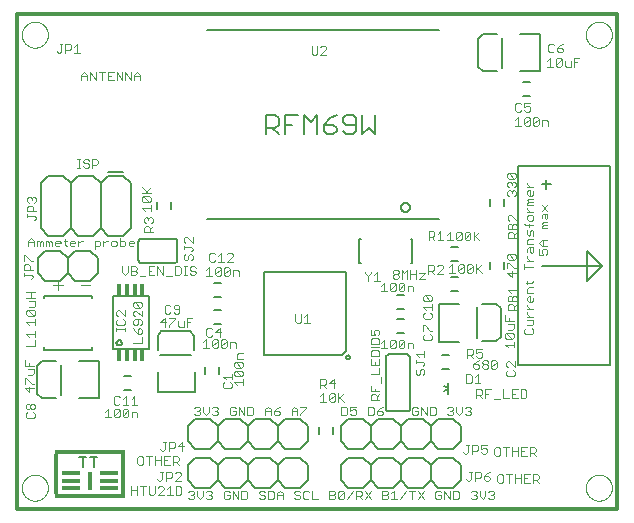
<source format=gto>
G75*
%MOIN*%
%OFA0B0*%
%FSLAX25Y25*%
%IPPOS*%
%LPD*%
%AMOC8*
5,1,8,0,0,1.08239X$1,22.5*
%
%ADD10C,0.00000*%
%ADD11C,0.01200*%
%ADD12C,0.00300*%
%ADD13R,0.06250X0.01250*%
%ADD14R,0.01250X0.06250*%
%ADD15C,0.00800*%
%ADD16R,0.23750X0.01250*%
%ADD17R,0.01400X0.13600*%
%ADD18C,0.00400*%
%ADD19C,0.00500*%
%ADD20C,0.00600*%
%ADD21R,0.01181X0.03937*%
D10*
X0003469Y0008800D02*
X0003471Y0008931D01*
X0003477Y0009063D01*
X0003487Y0009194D01*
X0003501Y0009325D01*
X0003519Y0009455D01*
X0003541Y0009584D01*
X0003566Y0009713D01*
X0003596Y0009841D01*
X0003630Y0009968D01*
X0003667Y0010095D01*
X0003708Y0010219D01*
X0003753Y0010343D01*
X0003802Y0010465D01*
X0003854Y0010586D01*
X0003910Y0010704D01*
X0003970Y0010822D01*
X0004033Y0010937D01*
X0004100Y0011050D01*
X0004170Y0011162D01*
X0004243Y0011271D01*
X0004319Y0011377D01*
X0004399Y0011482D01*
X0004482Y0011584D01*
X0004568Y0011683D01*
X0004657Y0011780D01*
X0004749Y0011874D01*
X0004844Y0011965D01*
X0004941Y0012054D01*
X0005041Y0012139D01*
X0005144Y0012221D01*
X0005249Y0012300D01*
X0005356Y0012376D01*
X0005466Y0012448D01*
X0005578Y0012517D01*
X0005692Y0012583D01*
X0005807Y0012645D01*
X0005925Y0012704D01*
X0006044Y0012759D01*
X0006165Y0012811D01*
X0006288Y0012858D01*
X0006412Y0012902D01*
X0006537Y0012943D01*
X0006663Y0012979D01*
X0006791Y0013012D01*
X0006919Y0013040D01*
X0007048Y0013065D01*
X0007178Y0013086D01*
X0007308Y0013103D01*
X0007439Y0013116D01*
X0007570Y0013125D01*
X0007701Y0013130D01*
X0007833Y0013131D01*
X0007964Y0013128D01*
X0008096Y0013121D01*
X0008227Y0013110D01*
X0008357Y0013095D01*
X0008487Y0013076D01*
X0008617Y0013053D01*
X0008745Y0013027D01*
X0008873Y0012996D01*
X0009000Y0012961D01*
X0009126Y0012923D01*
X0009250Y0012881D01*
X0009374Y0012835D01*
X0009495Y0012785D01*
X0009615Y0012732D01*
X0009734Y0012675D01*
X0009851Y0012615D01*
X0009965Y0012551D01*
X0010078Y0012483D01*
X0010189Y0012412D01*
X0010298Y0012338D01*
X0010404Y0012261D01*
X0010508Y0012180D01*
X0010609Y0012097D01*
X0010708Y0012010D01*
X0010804Y0011920D01*
X0010897Y0011827D01*
X0010988Y0011732D01*
X0011075Y0011634D01*
X0011160Y0011533D01*
X0011241Y0011430D01*
X0011319Y0011324D01*
X0011394Y0011216D01*
X0011466Y0011106D01*
X0011534Y0010994D01*
X0011599Y0010880D01*
X0011660Y0010763D01*
X0011718Y0010645D01*
X0011772Y0010525D01*
X0011823Y0010404D01*
X0011870Y0010281D01*
X0011913Y0010157D01*
X0011952Y0010032D01*
X0011988Y0009905D01*
X0012019Y0009777D01*
X0012047Y0009649D01*
X0012071Y0009520D01*
X0012091Y0009390D01*
X0012107Y0009259D01*
X0012119Y0009128D01*
X0012127Y0008997D01*
X0012131Y0008866D01*
X0012131Y0008734D01*
X0012127Y0008603D01*
X0012119Y0008472D01*
X0012107Y0008341D01*
X0012091Y0008210D01*
X0012071Y0008080D01*
X0012047Y0007951D01*
X0012019Y0007823D01*
X0011988Y0007695D01*
X0011952Y0007568D01*
X0011913Y0007443D01*
X0011870Y0007319D01*
X0011823Y0007196D01*
X0011772Y0007075D01*
X0011718Y0006955D01*
X0011660Y0006837D01*
X0011599Y0006720D01*
X0011534Y0006606D01*
X0011466Y0006494D01*
X0011394Y0006384D01*
X0011319Y0006276D01*
X0011241Y0006170D01*
X0011160Y0006067D01*
X0011075Y0005966D01*
X0010988Y0005868D01*
X0010897Y0005773D01*
X0010804Y0005680D01*
X0010708Y0005590D01*
X0010609Y0005503D01*
X0010508Y0005420D01*
X0010404Y0005339D01*
X0010298Y0005262D01*
X0010189Y0005188D01*
X0010078Y0005117D01*
X0009966Y0005049D01*
X0009851Y0004985D01*
X0009734Y0004925D01*
X0009615Y0004868D01*
X0009495Y0004815D01*
X0009374Y0004765D01*
X0009250Y0004719D01*
X0009126Y0004677D01*
X0009000Y0004639D01*
X0008873Y0004604D01*
X0008745Y0004573D01*
X0008617Y0004547D01*
X0008487Y0004524D01*
X0008357Y0004505D01*
X0008227Y0004490D01*
X0008096Y0004479D01*
X0007964Y0004472D01*
X0007833Y0004469D01*
X0007701Y0004470D01*
X0007570Y0004475D01*
X0007439Y0004484D01*
X0007308Y0004497D01*
X0007178Y0004514D01*
X0007048Y0004535D01*
X0006919Y0004560D01*
X0006791Y0004588D01*
X0006663Y0004621D01*
X0006537Y0004657D01*
X0006412Y0004698D01*
X0006288Y0004742D01*
X0006165Y0004789D01*
X0006044Y0004841D01*
X0005925Y0004896D01*
X0005807Y0004955D01*
X0005692Y0005017D01*
X0005578Y0005083D01*
X0005466Y0005152D01*
X0005356Y0005224D01*
X0005249Y0005300D01*
X0005144Y0005379D01*
X0005041Y0005461D01*
X0004941Y0005546D01*
X0004844Y0005635D01*
X0004749Y0005726D01*
X0004657Y0005820D01*
X0004568Y0005917D01*
X0004482Y0006016D01*
X0004399Y0006118D01*
X0004319Y0006223D01*
X0004243Y0006329D01*
X0004170Y0006438D01*
X0004100Y0006550D01*
X0004033Y0006663D01*
X0003970Y0006778D01*
X0003910Y0006896D01*
X0003854Y0007014D01*
X0003802Y0007135D01*
X0003753Y0007257D01*
X0003708Y0007381D01*
X0003667Y0007505D01*
X0003630Y0007632D01*
X0003596Y0007759D01*
X0003566Y0007887D01*
X0003541Y0008016D01*
X0003519Y0008145D01*
X0003501Y0008275D01*
X0003487Y0008406D01*
X0003477Y0008537D01*
X0003471Y0008669D01*
X0003469Y0008800D01*
X0003469Y0159800D02*
X0003471Y0159931D01*
X0003477Y0160063D01*
X0003487Y0160194D01*
X0003501Y0160325D01*
X0003519Y0160455D01*
X0003541Y0160584D01*
X0003566Y0160713D01*
X0003596Y0160841D01*
X0003630Y0160968D01*
X0003667Y0161095D01*
X0003708Y0161219D01*
X0003753Y0161343D01*
X0003802Y0161465D01*
X0003854Y0161586D01*
X0003910Y0161704D01*
X0003970Y0161822D01*
X0004033Y0161937D01*
X0004100Y0162050D01*
X0004170Y0162162D01*
X0004243Y0162271D01*
X0004319Y0162377D01*
X0004399Y0162482D01*
X0004482Y0162584D01*
X0004568Y0162683D01*
X0004657Y0162780D01*
X0004749Y0162874D01*
X0004844Y0162965D01*
X0004941Y0163054D01*
X0005041Y0163139D01*
X0005144Y0163221D01*
X0005249Y0163300D01*
X0005356Y0163376D01*
X0005466Y0163448D01*
X0005578Y0163517D01*
X0005692Y0163583D01*
X0005807Y0163645D01*
X0005925Y0163704D01*
X0006044Y0163759D01*
X0006165Y0163811D01*
X0006288Y0163858D01*
X0006412Y0163902D01*
X0006537Y0163943D01*
X0006663Y0163979D01*
X0006791Y0164012D01*
X0006919Y0164040D01*
X0007048Y0164065D01*
X0007178Y0164086D01*
X0007308Y0164103D01*
X0007439Y0164116D01*
X0007570Y0164125D01*
X0007701Y0164130D01*
X0007833Y0164131D01*
X0007964Y0164128D01*
X0008096Y0164121D01*
X0008227Y0164110D01*
X0008357Y0164095D01*
X0008487Y0164076D01*
X0008617Y0164053D01*
X0008745Y0164027D01*
X0008873Y0163996D01*
X0009000Y0163961D01*
X0009126Y0163923D01*
X0009250Y0163881D01*
X0009374Y0163835D01*
X0009495Y0163785D01*
X0009615Y0163732D01*
X0009734Y0163675D01*
X0009851Y0163615D01*
X0009965Y0163551D01*
X0010078Y0163483D01*
X0010189Y0163412D01*
X0010298Y0163338D01*
X0010404Y0163261D01*
X0010508Y0163180D01*
X0010609Y0163097D01*
X0010708Y0163010D01*
X0010804Y0162920D01*
X0010897Y0162827D01*
X0010988Y0162732D01*
X0011075Y0162634D01*
X0011160Y0162533D01*
X0011241Y0162430D01*
X0011319Y0162324D01*
X0011394Y0162216D01*
X0011466Y0162106D01*
X0011534Y0161994D01*
X0011599Y0161880D01*
X0011660Y0161763D01*
X0011718Y0161645D01*
X0011772Y0161525D01*
X0011823Y0161404D01*
X0011870Y0161281D01*
X0011913Y0161157D01*
X0011952Y0161032D01*
X0011988Y0160905D01*
X0012019Y0160777D01*
X0012047Y0160649D01*
X0012071Y0160520D01*
X0012091Y0160390D01*
X0012107Y0160259D01*
X0012119Y0160128D01*
X0012127Y0159997D01*
X0012131Y0159866D01*
X0012131Y0159734D01*
X0012127Y0159603D01*
X0012119Y0159472D01*
X0012107Y0159341D01*
X0012091Y0159210D01*
X0012071Y0159080D01*
X0012047Y0158951D01*
X0012019Y0158823D01*
X0011988Y0158695D01*
X0011952Y0158568D01*
X0011913Y0158443D01*
X0011870Y0158319D01*
X0011823Y0158196D01*
X0011772Y0158075D01*
X0011718Y0157955D01*
X0011660Y0157837D01*
X0011599Y0157720D01*
X0011534Y0157606D01*
X0011466Y0157494D01*
X0011394Y0157384D01*
X0011319Y0157276D01*
X0011241Y0157170D01*
X0011160Y0157067D01*
X0011075Y0156966D01*
X0010988Y0156868D01*
X0010897Y0156773D01*
X0010804Y0156680D01*
X0010708Y0156590D01*
X0010609Y0156503D01*
X0010508Y0156420D01*
X0010404Y0156339D01*
X0010298Y0156262D01*
X0010189Y0156188D01*
X0010078Y0156117D01*
X0009966Y0156049D01*
X0009851Y0155985D01*
X0009734Y0155925D01*
X0009615Y0155868D01*
X0009495Y0155815D01*
X0009374Y0155765D01*
X0009250Y0155719D01*
X0009126Y0155677D01*
X0009000Y0155639D01*
X0008873Y0155604D01*
X0008745Y0155573D01*
X0008617Y0155547D01*
X0008487Y0155524D01*
X0008357Y0155505D01*
X0008227Y0155490D01*
X0008096Y0155479D01*
X0007964Y0155472D01*
X0007833Y0155469D01*
X0007701Y0155470D01*
X0007570Y0155475D01*
X0007439Y0155484D01*
X0007308Y0155497D01*
X0007178Y0155514D01*
X0007048Y0155535D01*
X0006919Y0155560D01*
X0006791Y0155588D01*
X0006663Y0155621D01*
X0006537Y0155657D01*
X0006412Y0155698D01*
X0006288Y0155742D01*
X0006165Y0155789D01*
X0006044Y0155841D01*
X0005925Y0155896D01*
X0005807Y0155955D01*
X0005692Y0156017D01*
X0005578Y0156083D01*
X0005466Y0156152D01*
X0005356Y0156224D01*
X0005249Y0156300D01*
X0005144Y0156379D01*
X0005041Y0156461D01*
X0004941Y0156546D01*
X0004844Y0156635D01*
X0004749Y0156726D01*
X0004657Y0156820D01*
X0004568Y0156917D01*
X0004482Y0157016D01*
X0004399Y0157118D01*
X0004319Y0157223D01*
X0004243Y0157329D01*
X0004170Y0157438D01*
X0004100Y0157550D01*
X0004033Y0157663D01*
X0003970Y0157778D01*
X0003910Y0157896D01*
X0003854Y0158014D01*
X0003802Y0158135D01*
X0003753Y0158257D01*
X0003708Y0158381D01*
X0003667Y0158505D01*
X0003630Y0158632D01*
X0003596Y0158759D01*
X0003566Y0158887D01*
X0003541Y0159016D01*
X0003519Y0159145D01*
X0003501Y0159275D01*
X0003487Y0159406D01*
X0003477Y0159537D01*
X0003471Y0159669D01*
X0003469Y0159800D01*
X0191469Y0159800D02*
X0191471Y0159931D01*
X0191477Y0160063D01*
X0191487Y0160194D01*
X0191501Y0160325D01*
X0191519Y0160455D01*
X0191541Y0160584D01*
X0191566Y0160713D01*
X0191596Y0160841D01*
X0191630Y0160968D01*
X0191667Y0161095D01*
X0191708Y0161219D01*
X0191753Y0161343D01*
X0191802Y0161465D01*
X0191854Y0161586D01*
X0191910Y0161704D01*
X0191970Y0161822D01*
X0192033Y0161937D01*
X0192100Y0162050D01*
X0192170Y0162162D01*
X0192243Y0162271D01*
X0192319Y0162377D01*
X0192399Y0162482D01*
X0192482Y0162584D01*
X0192568Y0162683D01*
X0192657Y0162780D01*
X0192749Y0162874D01*
X0192844Y0162965D01*
X0192941Y0163054D01*
X0193041Y0163139D01*
X0193144Y0163221D01*
X0193249Y0163300D01*
X0193356Y0163376D01*
X0193466Y0163448D01*
X0193578Y0163517D01*
X0193692Y0163583D01*
X0193807Y0163645D01*
X0193925Y0163704D01*
X0194044Y0163759D01*
X0194165Y0163811D01*
X0194288Y0163858D01*
X0194412Y0163902D01*
X0194537Y0163943D01*
X0194663Y0163979D01*
X0194791Y0164012D01*
X0194919Y0164040D01*
X0195048Y0164065D01*
X0195178Y0164086D01*
X0195308Y0164103D01*
X0195439Y0164116D01*
X0195570Y0164125D01*
X0195701Y0164130D01*
X0195833Y0164131D01*
X0195964Y0164128D01*
X0196096Y0164121D01*
X0196227Y0164110D01*
X0196357Y0164095D01*
X0196487Y0164076D01*
X0196617Y0164053D01*
X0196745Y0164027D01*
X0196873Y0163996D01*
X0197000Y0163961D01*
X0197126Y0163923D01*
X0197250Y0163881D01*
X0197374Y0163835D01*
X0197495Y0163785D01*
X0197615Y0163732D01*
X0197734Y0163675D01*
X0197851Y0163615D01*
X0197965Y0163551D01*
X0198078Y0163483D01*
X0198189Y0163412D01*
X0198298Y0163338D01*
X0198404Y0163261D01*
X0198508Y0163180D01*
X0198609Y0163097D01*
X0198708Y0163010D01*
X0198804Y0162920D01*
X0198897Y0162827D01*
X0198988Y0162732D01*
X0199075Y0162634D01*
X0199160Y0162533D01*
X0199241Y0162430D01*
X0199319Y0162324D01*
X0199394Y0162216D01*
X0199466Y0162106D01*
X0199534Y0161994D01*
X0199599Y0161880D01*
X0199660Y0161763D01*
X0199718Y0161645D01*
X0199772Y0161525D01*
X0199823Y0161404D01*
X0199870Y0161281D01*
X0199913Y0161157D01*
X0199952Y0161032D01*
X0199988Y0160905D01*
X0200019Y0160777D01*
X0200047Y0160649D01*
X0200071Y0160520D01*
X0200091Y0160390D01*
X0200107Y0160259D01*
X0200119Y0160128D01*
X0200127Y0159997D01*
X0200131Y0159866D01*
X0200131Y0159734D01*
X0200127Y0159603D01*
X0200119Y0159472D01*
X0200107Y0159341D01*
X0200091Y0159210D01*
X0200071Y0159080D01*
X0200047Y0158951D01*
X0200019Y0158823D01*
X0199988Y0158695D01*
X0199952Y0158568D01*
X0199913Y0158443D01*
X0199870Y0158319D01*
X0199823Y0158196D01*
X0199772Y0158075D01*
X0199718Y0157955D01*
X0199660Y0157837D01*
X0199599Y0157720D01*
X0199534Y0157606D01*
X0199466Y0157494D01*
X0199394Y0157384D01*
X0199319Y0157276D01*
X0199241Y0157170D01*
X0199160Y0157067D01*
X0199075Y0156966D01*
X0198988Y0156868D01*
X0198897Y0156773D01*
X0198804Y0156680D01*
X0198708Y0156590D01*
X0198609Y0156503D01*
X0198508Y0156420D01*
X0198404Y0156339D01*
X0198298Y0156262D01*
X0198189Y0156188D01*
X0198078Y0156117D01*
X0197966Y0156049D01*
X0197851Y0155985D01*
X0197734Y0155925D01*
X0197615Y0155868D01*
X0197495Y0155815D01*
X0197374Y0155765D01*
X0197250Y0155719D01*
X0197126Y0155677D01*
X0197000Y0155639D01*
X0196873Y0155604D01*
X0196745Y0155573D01*
X0196617Y0155547D01*
X0196487Y0155524D01*
X0196357Y0155505D01*
X0196227Y0155490D01*
X0196096Y0155479D01*
X0195964Y0155472D01*
X0195833Y0155469D01*
X0195701Y0155470D01*
X0195570Y0155475D01*
X0195439Y0155484D01*
X0195308Y0155497D01*
X0195178Y0155514D01*
X0195048Y0155535D01*
X0194919Y0155560D01*
X0194791Y0155588D01*
X0194663Y0155621D01*
X0194537Y0155657D01*
X0194412Y0155698D01*
X0194288Y0155742D01*
X0194165Y0155789D01*
X0194044Y0155841D01*
X0193925Y0155896D01*
X0193807Y0155955D01*
X0193692Y0156017D01*
X0193578Y0156083D01*
X0193466Y0156152D01*
X0193356Y0156224D01*
X0193249Y0156300D01*
X0193144Y0156379D01*
X0193041Y0156461D01*
X0192941Y0156546D01*
X0192844Y0156635D01*
X0192749Y0156726D01*
X0192657Y0156820D01*
X0192568Y0156917D01*
X0192482Y0157016D01*
X0192399Y0157118D01*
X0192319Y0157223D01*
X0192243Y0157329D01*
X0192170Y0157438D01*
X0192100Y0157550D01*
X0192033Y0157663D01*
X0191970Y0157778D01*
X0191910Y0157896D01*
X0191854Y0158014D01*
X0191802Y0158135D01*
X0191753Y0158257D01*
X0191708Y0158381D01*
X0191667Y0158505D01*
X0191630Y0158632D01*
X0191596Y0158759D01*
X0191566Y0158887D01*
X0191541Y0159016D01*
X0191519Y0159145D01*
X0191501Y0159275D01*
X0191487Y0159406D01*
X0191477Y0159537D01*
X0191471Y0159669D01*
X0191469Y0159800D01*
X0191469Y0008800D02*
X0191471Y0008931D01*
X0191477Y0009063D01*
X0191487Y0009194D01*
X0191501Y0009325D01*
X0191519Y0009455D01*
X0191541Y0009584D01*
X0191566Y0009713D01*
X0191596Y0009841D01*
X0191630Y0009968D01*
X0191667Y0010095D01*
X0191708Y0010219D01*
X0191753Y0010343D01*
X0191802Y0010465D01*
X0191854Y0010586D01*
X0191910Y0010704D01*
X0191970Y0010822D01*
X0192033Y0010937D01*
X0192100Y0011050D01*
X0192170Y0011162D01*
X0192243Y0011271D01*
X0192319Y0011377D01*
X0192399Y0011482D01*
X0192482Y0011584D01*
X0192568Y0011683D01*
X0192657Y0011780D01*
X0192749Y0011874D01*
X0192844Y0011965D01*
X0192941Y0012054D01*
X0193041Y0012139D01*
X0193144Y0012221D01*
X0193249Y0012300D01*
X0193356Y0012376D01*
X0193466Y0012448D01*
X0193578Y0012517D01*
X0193692Y0012583D01*
X0193807Y0012645D01*
X0193925Y0012704D01*
X0194044Y0012759D01*
X0194165Y0012811D01*
X0194288Y0012858D01*
X0194412Y0012902D01*
X0194537Y0012943D01*
X0194663Y0012979D01*
X0194791Y0013012D01*
X0194919Y0013040D01*
X0195048Y0013065D01*
X0195178Y0013086D01*
X0195308Y0013103D01*
X0195439Y0013116D01*
X0195570Y0013125D01*
X0195701Y0013130D01*
X0195833Y0013131D01*
X0195964Y0013128D01*
X0196096Y0013121D01*
X0196227Y0013110D01*
X0196357Y0013095D01*
X0196487Y0013076D01*
X0196617Y0013053D01*
X0196745Y0013027D01*
X0196873Y0012996D01*
X0197000Y0012961D01*
X0197126Y0012923D01*
X0197250Y0012881D01*
X0197374Y0012835D01*
X0197495Y0012785D01*
X0197615Y0012732D01*
X0197734Y0012675D01*
X0197851Y0012615D01*
X0197965Y0012551D01*
X0198078Y0012483D01*
X0198189Y0012412D01*
X0198298Y0012338D01*
X0198404Y0012261D01*
X0198508Y0012180D01*
X0198609Y0012097D01*
X0198708Y0012010D01*
X0198804Y0011920D01*
X0198897Y0011827D01*
X0198988Y0011732D01*
X0199075Y0011634D01*
X0199160Y0011533D01*
X0199241Y0011430D01*
X0199319Y0011324D01*
X0199394Y0011216D01*
X0199466Y0011106D01*
X0199534Y0010994D01*
X0199599Y0010880D01*
X0199660Y0010763D01*
X0199718Y0010645D01*
X0199772Y0010525D01*
X0199823Y0010404D01*
X0199870Y0010281D01*
X0199913Y0010157D01*
X0199952Y0010032D01*
X0199988Y0009905D01*
X0200019Y0009777D01*
X0200047Y0009649D01*
X0200071Y0009520D01*
X0200091Y0009390D01*
X0200107Y0009259D01*
X0200119Y0009128D01*
X0200127Y0008997D01*
X0200131Y0008866D01*
X0200131Y0008734D01*
X0200127Y0008603D01*
X0200119Y0008472D01*
X0200107Y0008341D01*
X0200091Y0008210D01*
X0200071Y0008080D01*
X0200047Y0007951D01*
X0200019Y0007823D01*
X0199988Y0007695D01*
X0199952Y0007568D01*
X0199913Y0007443D01*
X0199870Y0007319D01*
X0199823Y0007196D01*
X0199772Y0007075D01*
X0199718Y0006955D01*
X0199660Y0006837D01*
X0199599Y0006720D01*
X0199534Y0006606D01*
X0199466Y0006494D01*
X0199394Y0006384D01*
X0199319Y0006276D01*
X0199241Y0006170D01*
X0199160Y0006067D01*
X0199075Y0005966D01*
X0198988Y0005868D01*
X0198897Y0005773D01*
X0198804Y0005680D01*
X0198708Y0005590D01*
X0198609Y0005503D01*
X0198508Y0005420D01*
X0198404Y0005339D01*
X0198298Y0005262D01*
X0198189Y0005188D01*
X0198078Y0005117D01*
X0197966Y0005049D01*
X0197851Y0004985D01*
X0197734Y0004925D01*
X0197615Y0004868D01*
X0197495Y0004815D01*
X0197374Y0004765D01*
X0197250Y0004719D01*
X0197126Y0004677D01*
X0197000Y0004639D01*
X0196873Y0004604D01*
X0196745Y0004573D01*
X0196617Y0004547D01*
X0196487Y0004524D01*
X0196357Y0004505D01*
X0196227Y0004490D01*
X0196096Y0004479D01*
X0195964Y0004472D01*
X0195833Y0004469D01*
X0195701Y0004470D01*
X0195570Y0004475D01*
X0195439Y0004484D01*
X0195308Y0004497D01*
X0195178Y0004514D01*
X0195048Y0004535D01*
X0194919Y0004560D01*
X0194791Y0004588D01*
X0194663Y0004621D01*
X0194537Y0004657D01*
X0194412Y0004698D01*
X0194288Y0004742D01*
X0194165Y0004789D01*
X0194044Y0004841D01*
X0193925Y0004896D01*
X0193807Y0004955D01*
X0193692Y0005017D01*
X0193578Y0005083D01*
X0193466Y0005152D01*
X0193356Y0005224D01*
X0193249Y0005300D01*
X0193144Y0005379D01*
X0193041Y0005461D01*
X0192941Y0005546D01*
X0192844Y0005635D01*
X0192749Y0005726D01*
X0192657Y0005820D01*
X0192568Y0005917D01*
X0192482Y0006016D01*
X0192399Y0006118D01*
X0192319Y0006223D01*
X0192243Y0006329D01*
X0192170Y0006438D01*
X0192100Y0006550D01*
X0192033Y0006663D01*
X0191970Y0006778D01*
X0191910Y0006896D01*
X0191854Y0007014D01*
X0191802Y0007135D01*
X0191753Y0007257D01*
X0191708Y0007381D01*
X0191667Y0007505D01*
X0191630Y0007632D01*
X0191596Y0007759D01*
X0191566Y0007887D01*
X0191541Y0008016D01*
X0191519Y0008145D01*
X0191501Y0008275D01*
X0191487Y0008406D01*
X0191477Y0008537D01*
X0191471Y0008669D01*
X0191469Y0008800D01*
D11*
X0001800Y0001800D02*
X0001800Y0166800D01*
X0201800Y0166800D01*
X0201800Y0001800D01*
X0001800Y0001800D01*
D12*
X0005294Y0031950D02*
X0007229Y0031950D01*
X0007713Y0032434D01*
X0007713Y0033401D01*
X0007229Y0033885D01*
X0007229Y0034897D02*
X0006746Y0034897D01*
X0006262Y0035380D01*
X0006262Y0036348D01*
X0006746Y0036831D01*
X0007229Y0036831D01*
X0007713Y0036348D01*
X0007713Y0035380D01*
X0007229Y0034897D01*
X0006262Y0035380D02*
X0005778Y0034897D01*
X0005294Y0034897D01*
X0004811Y0035380D01*
X0004811Y0036348D01*
X0005294Y0036831D01*
X0005778Y0036831D01*
X0006262Y0036348D01*
X0005294Y0033885D02*
X0004811Y0033401D01*
X0004811Y0032434D01*
X0005294Y0031950D01*
X0005955Y0040556D02*
X0005955Y0042491D01*
X0006922Y0043503D02*
X0004987Y0045438D01*
X0004503Y0045438D01*
X0004503Y0043503D01*
X0004503Y0042008D02*
X0005955Y0040556D01*
X0007406Y0042008D02*
X0004503Y0042008D01*
X0006922Y0043503D02*
X0007406Y0043503D01*
X0006922Y0046449D02*
X0005471Y0046449D01*
X0006922Y0046449D02*
X0007406Y0046933D01*
X0007406Y0048384D01*
X0005471Y0048384D01*
X0005955Y0049396D02*
X0005955Y0050363D01*
X0007406Y0049396D02*
X0004503Y0049396D01*
X0004503Y0051331D01*
X0004948Y0056057D02*
X0007850Y0056057D01*
X0007850Y0057992D01*
X0007850Y0059003D02*
X0007850Y0060938D01*
X0007850Y0059971D02*
X0004948Y0059971D01*
X0005915Y0059003D01*
X0005915Y0063164D02*
X0004948Y0064131D01*
X0007850Y0064131D01*
X0007850Y0063164D02*
X0007850Y0065099D01*
X0007366Y0066110D02*
X0005431Y0066110D01*
X0004948Y0066594D01*
X0004948Y0067562D01*
X0005431Y0068045D01*
X0007366Y0066110D01*
X0007850Y0066594D01*
X0007850Y0067562D01*
X0007366Y0068045D01*
X0005431Y0068045D01*
X0005915Y0069057D02*
X0007366Y0069057D01*
X0007850Y0069541D01*
X0007850Y0070992D01*
X0005915Y0070992D01*
X0006399Y0072003D02*
X0006399Y0073938D01*
X0004948Y0073938D02*
X0007850Y0073938D01*
X0007850Y0072003D02*
X0004948Y0072003D01*
X0006566Y0078410D02*
X0007050Y0078894D01*
X0007050Y0079378D01*
X0006566Y0079862D01*
X0004148Y0079862D01*
X0004148Y0080345D02*
X0004148Y0079378D01*
X0004148Y0081357D02*
X0004148Y0082808D01*
X0004631Y0083292D01*
X0005599Y0083292D01*
X0006083Y0082808D01*
X0006083Y0081357D01*
X0007050Y0081357D02*
X0004148Y0081357D01*
X0004148Y0084303D02*
X0004148Y0086238D01*
X0004631Y0086238D01*
X0006566Y0084303D01*
X0007050Y0084303D01*
X0007545Y0089250D02*
X0007545Y0091185D01*
X0006577Y0092152D01*
X0005610Y0091185D01*
X0005610Y0089250D01*
X0005610Y0090701D02*
X0007545Y0090701D01*
X0008556Y0091185D02*
X0008556Y0089250D01*
X0009524Y0089250D02*
X0009524Y0090701D01*
X0010007Y0091185D01*
X0010491Y0090701D01*
X0010491Y0089250D01*
X0011503Y0089250D02*
X0011503Y0091185D01*
X0011986Y0091185D01*
X0012470Y0090701D01*
X0012954Y0091185D01*
X0013438Y0090701D01*
X0013438Y0089250D01*
X0012470Y0089250D02*
X0012470Y0090701D01*
X0014449Y0090701D02*
X0014933Y0091185D01*
X0015900Y0091185D01*
X0016384Y0090701D01*
X0016384Y0090217D01*
X0014449Y0090217D01*
X0014449Y0089734D02*
X0014449Y0090701D01*
X0014449Y0089734D02*
X0014933Y0089250D01*
X0015900Y0089250D01*
X0017879Y0089734D02*
X0018363Y0089250D01*
X0017879Y0089734D02*
X0017879Y0091669D01*
X0017396Y0091185D02*
X0018363Y0091185D01*
X0019360Y0090701D02*
X0019844Y0091185D01*
X0020811Y0091185D01*
X0021295Y0090701D01*
X0021295Y0090217D01*
X0019360Y0090217D01*
X0019360Y0089734D02*
X0019360Y0090701D01*
X0019360Y0089734D02*
X0019844Y0089250D01*
X0020811Y0089250D01*
X0022307Y0089250D02*
X0022307Y0091185D01*
X0023274Y0091185D02*
X0022307Y0090217D01*
X0023274Y0091185D02*
X0023758Y0091185D01*
X0027708Y0091185D02*
X0027708Y0088283D01*
X0027708Y0089250D02*
X0029160Y0089250D01*
X0029643Y0089734D01*
X0029643Y0090701D01*
X0029160Y0091185D01*
X0027708Y0091185D01*
X0030655Y0091185D02*
X0030655Y0089250D01*
X0030655Y0090217D02*
X0031622Y0091185D01*
X0032106Y0091185D01*
X0033110Y0090701D02*
X0033110Y0089734D01*
X0033594Y0089250D01*
X0034562Y0089250D01*
X0035045Y0089734D01*
X0035045Y0090701D01*
X0034562Y0091185D01*
X0033594Y0091185D01*
X0033110Y0090701D01*
X0036057Y0091185D02*
X0037508Y0091185D01*
X0037992Y0090701D01*
X0037992Y0089734D01*
X0037508Y0089250D01*
X0036057Y0089250D01*
X0036057Y0092152D01*
X0039003Y0090701D02*
X0039487Y0091185D01*
X0040455Y0091185D01*
X0040938Y0090701D01*
X0040938Y0090217D01*
X0039003Y0090217D01*
X0039003Y0089734D02*
X0039003Y0090701D01*
X0039003Y0089734D02*
X0039487Y0089250D01*
X0040455Y0089250D01*
X0044198Y0094057D02*
X0044198Y0095508D01*
X0044681Y0095992D01*
X0045649Y0095992D01*
X0046133Y0095508D01*
X0046133Y0094057D01*
X0047100Y0094057D02*
X0044198Y0094057D01*
X0046133Y0095024D02*
X0047100Y0095992D01*
X0046616Y0097003D02*
X0047100Y0097487D01*
X0047100Y0098455D01*
X0046616Y0098938D01*
X0046133Y0098938D01*
X0045649Y0098455D01*
X0045649Y0097971D01*
X0045649Y0098455D02*
X0045165Y0098938D01*
X0044681Y0098938D01*
X0044198Y0098455D01*
X0044198Y0097487D01*
X0044681Y0097003D01*
X0044415Y0101110D02*
X0043448Y0102078D01*
X0046350Y0102078D01*
X0046350Y0103045D02*
X0046350Y0101110D01*
X0045866Y0104057D02*
X0043931Y0104057D01*
X0043448Y0104541D01*
X0043448Y0105508D01*
X0043931Y0105992D01*
X0045866Y0104057D01*
X0046350Y0104541D01*
X0046350Y0105508D01*
X0045866Y0105992D01*
X0043931Y0105992D01*
X0043448Y0107003D02*
X0046350Y0107003D01*
X0045383Y0107003D02*
X0043448Y0108938D01*
X0044899Y0107487D02*
X0046350Y0108938D01*
X0028796Y0116901D02*
X0028312Y0116417D01*
X0026861Y0116417D01*
X0026861Y0115450D02*
X0026861Y0118352D01*
X0028312Y0118352D01*
X0028796Y0117869D01*
X0028796Y0116901D01*
X0025849Y0116417D02*
X0025849Y0115934D01*
X0025366Y0115450D01*
X0024398Y0115450D01*
X0023914Y0115934D01*
X0024398Y0116901D02*
X0025366Y0116901D01*
X0025849Y0116417D01*
X0025849Y0117869D02*
X0025366Y0118352D01*
X0024398Y0118352D01*
X0023914Y0117869D01*
X0023914Y0117385D01*
X0024398Y0116901D01*
X0022917Y0115450D02*
X0021950Y0115450D01*
X0022434Y0115450D02*
X0022434Y0118352D01*
X0022917Y0118352D02*
X0021950Y0118352D01*
X0008150Y0105294D02*
X0007666Y0105778D01*
X0007183Y0105778D01*
X0006699Y0105294D01*
X0006699Y0104811D01*
X0006699Y0105294D02*
X0006215Y0105778D01*
X0005731Y0105778D01*
X0005248Y0105294D01*
X0005248Y0104327D01*
X0005731Y0103843D01*
X0005731Y0102831D02*
X0006699Y0102831D01*
X0007183Y0102348D01*
X0007183Y0100897D01*
X0008150Y0100897D02*
X0005248Y0100897D01*
X0005248Y0102348D01*
X0005731Y0102831D01*
X0007666Y0103843D02*
X0008150Y0104327D01*
X0008150Y0105294D01*
X0005248Y0099885D02*
X0005248Y0098917D01*
X0005248Y0099401D02*
X0007666Y0099401D01*
X0008150Y0098917D01*
X0008150Y0098434D01*
X0007666Y0097950D01*
X0008556Y0091185D02*
X0009040Y0091185D01*
X0009524Y0090701D01*
X0034874Y0067438D02*
X0035357Y0067922D01*
X0035841Y0067922D01*
X0037776Y0065987D01*
X0037776Y0067922D01*
X0040559Y0067367D02*
X0040559Y0066399D01*
X0041042Y0065916D01*
X0041042Y0064904D02*
X0040559Y0064420D01*
X0040559Y0063453D01*
X0041042Y0062969D01*
X0041526Y0062969D01*
X0042010Y0063453D01*
X0042010Y0064904D01*
X0042977Y0064904D02*
X0041042Y0064904D01*
X0042977Y0064904D02*
X0043461Y0064420D01*
X0043461Y0063453D01*
X0042977Y0062969D01*
X0042977Y0061957D02*
X0042494Y0061957D01*
X0042010Y0061474D01*
X0042010Y0060023D01*
X0042977Y0060023D01*
X0043461Y0060506D01*
X0043461Y0061474D01*
X0042977Y0061957D01*
X0042010Y0060023D02*
X0041042Y0060990D01*
X0040559Y0061957D01*
X0037776Y0062043D02*
X0037776Y0061076D01*
X0037776Y0061560D02*
X0034874Y0061560D01*
X0034874Y0062043D02*
X0034874Y0061076D01*
X0035357Y0063040D02*
X0037292Y0063040D01*
X0037776Y0063524D01*
X0037776Y0064492D01*
X0037292Y0064975D01*
X0035357Y0064975D02*
X0034874Y0064492D01*
X0034874Y0063524D01*
X0035357Y0063040D01*
X0035357Y0065987D02*
X0034874Y0066471D01*
X0034874Y0067438D01*
X0040559Y0067367D02*
X0041042Y0067851D01*
X0041526Y0067851D01*
X0043461Y0065916D01*
X0043461Y0067851D01*
X0042977Y0068862D02*
X0041042Y0070797D01*
X0042977Y0070797D01*
X0043461Y0070313D01*
X0043461Y0069346D01*
X0042977Y0068862D01*
X0041042Y0068862D01*
X0040559Y0069346D01*
X0040559Y0070313D01*
X0041042Y0070797D01*
X0049558Y0063957D02*
X0051493Y0063957D01*
X0052504Y0062990D02*
X0052504Y0062506D01*
X0052504Y0062990D02*
X0054439Y0064925D01*
X0054439Y0065408D01*
X0052504Y0065408D01*
X0052508Y0066813D02*
X0052992Y0067297D01*
X0052508Y0066813D02*
X0051541Y0066813D01*
X0051057Y0067297D01*
X0051057Y0069232D01*
X0051541Y0069715D01*
X0052508Y0069715D01*
X0052992Y0069232D01*
X0054003Y0069232D02*
X0054003Y0068748D01*
X0054487Y0068264D01*
X0055938Y0068264D01*
X0055938Y0067297D02*
X0055938Y0069232D01*
X0055455Y0069715D01*
X0054487Y0069715D01*
X0054003Y0069232D01*
X0054003Y0067297D02*
X0054487Y0066813D01*
X0055455Y0066813D01*
X0055938Y0067297D01*
X0055451Y0064441D02*
X0055451Y0062990D01*
X0055934Y0062506D01*
X0057386Y0062506D01*
X0057386Y0064441D01*
X0058397Y0063957D02*
X0059365Y0063957D01*
X0060332Y0065408D02*
X0058397Y0065408D01*
X0058397Y0062506D01*
X0064950Y0061619D02*
X0064950Y0059684D01*
X0065434Y0059200D01*
X0066401Y0059200D01*
X0066885Y0059684D01*
X0067897Y0060651D02*
X0069831Y0060651D01*
X0069348Y0059200D02*
X0069348Y0062102D01*
X0067897Y0060651D01*
X0066885Y0061619D02*
X0066401Y0062102D01*
X0065434Y0062102D01*
X0064950Y0061619D01*
X0064917Y0058352D02*
X0064917Y0055450D01*
X0063950Y0055450D02*
X0065885Y0055450D01*
X0066897Y0055934D02*
X0068831Y0057869D01*
X0068831Y0055934D01*
X0068348Y0055450D01*
X0067380Y0055450D01*
X0066897Y0055934D01*
X0066897Y0057869D01*
X0067380Y0058352D01*
X0068348Y0058352D01*
X0068831Y0057869D01*
X0069843Y0057869D02*
X0069843Y0055934D01*
X0071778Y0057869D01*
X0071778Y0055934D01*
X0071294Y0055450D01*
X0070327Y0055450D01*
X0069843Y0055934D01*
X0069843Y0057869D02*
X0070327Y0058352D01*
X0071294Y0058352D01*
X0071778Y0057869D01*
X0072790Y0057385D02*
X0074241Y0057385D01*
X0074725Y0056901D01*
X0074725Y0055450D01*
X0072790Y0055450D02*
X0072790Y0057385D01*
X0075699Y0053725D02*
X0075215Y0053241D01*
X0075215Y0051790D01*
X0077150Y0051790D01*
X0076666Y0050778D02*
X0077150Y0050294D01*
X0077150Y0049327D01*
X0076666Y0048843D01*
X0074731Y0050778D01*
X0076666Y0050778D01*
X0074731Y0050778D02*
X0074248Y0050294D01*
X0074248Y0049327D01*
X0074731Y0048843D01*
X0076666Y0048843D01*
X0076666Y0047831D02*
X0077150Y0047348D01*
X0077150Y0046380D01*
X0076666Y0045897D01*
X0074731Y0047831D01*
X0076666Y0047831D01*
X0076666Y0045897D02*
X0074731Y0045897D01*
X0074248Y0046380D01*
X0074248Y0047348D01*
X0074731Y0047831D01*
X0073400Y0046831D02*
X0073400Y0044897D01*
X0073400Y0045864D02*
X0070498Y0045864D01*
X0071465Y0044897D01*
X0070981Y0043885D02*
X0070498Y0043401D01*
X0070498Y0042434D01*
X0070981Y0041950D01*
X0072916Y0041950D01*
X0073400Y0042434D01*
X0073400Y0043401D01*
X0072916Y0043885D01*
X0074248Y0043917D02*
X0075215Y0042950D01*
X0074248Y0043917D02*
X0077150Y0043917D01*
X0077150Y0042950D02*
X0077150Y0044885D01*
X0077150Y0053725D02*
X0075699Y0053725D01*
X0064917Y0058352D02*
X0063950Y0057385D01*
X0051009Y0062506D02*
X0051009Y0065408D01*
X0049558Y0063957D01*
X0043461Y0059011D02*
X0043461Y0057076D01*
X0040559Y0057076D01*
X0040971Y0039402D02*
X0040971Y0036500D01*
X0041938Y0036500D02*
X0040003Y0036500D01*
X0038992Y0036500D02*
X0037057Y0036500D01*
X0038024Y0036500D02*
X0038024Y0039402D01*
X0037057Y0038435D01*
X0036045Y0038919D02*
X0035562Y0039402D01*
X0034594Y0039402D01*
X0034110Y0038919D01*
X0034110Y0036984D01*
X0034594Y0036500D01*
X0035562Y0036500D01*
X0036045Y0036984D01*
X0035562Y0035152D02*
X0034594Y0035152D01*
X0034110Y0034669D01*
X0034110Y0032734D01*
X0036045Y0034669D01*
X0036045Y0032734D01*
X0035562Y0032250D01*
X0034594Y0032250D01*
X0034110Y0032734D01*
X0033099Y0032250D02*
X0031164Y0032250D01*
X0032131Y0032250D02*
X0032131Y0035152D01*
X0031164Y0034185D01*
X0035562Y0035152D02*
X0036045Y0034669D01*
X0037057Y0034669D02*
X0037057Y0032734D01*
X0038992Y0034669D01*
X0038992Y0032734D01*
X0038508Y0032250D01*
X0037541Y0032250D01*
X0037057Y0032734D01*
X0037057Y0034669D02*
X0037541Y0035152D01*
X0038508Y0035152D01*
X0038992Y0034669D01*
X0040003Y0034185D02*
X0041455Y0034185D01*
X0041938Y0033701D01*
X0041938Y0032250D01*
X0040003Y0032250D02*
X0040003Y0034185D01*
X0040003Y0038435D02*
X0040971Y0039402D01*
X0050617Y0024052D02*
X0051585Y0024052D01*
X0051101Y0024052D02*
X0051101Y0021634D01*
X0050617Y0021150D01*
X0050134Y0021150D01*
X0049650Y0021634D01*
X0049778Y0019352D02*
X0049778Y0016450D01*
X0050790Y0016450D02*
X0052725Y0016450D01*
X0053736Y0016450D02*
X0053736Y0019352D01*
X0055187Y0019352D01*
X0055671Y0018869D01*
X0055671Y0017901D01*
X0055187Y0017417D01*
X0053736Y0017417D01*
X0054704Y0017417D02*
X0055671Y0016450D01*
X0055994Y0014052D02*
X0055027Y0014052D01*
X0054543Y0013569D01*
X0053531Y0013569D02*
X0053531Y0012601D01*
X0053048Y0012117D01*
X0051597Y0012117D01*
X0051597Y0011150D02*
X0051597Y0014052D01*
X0053048Y0014052D01*
X0053531Y0013569D01*
X0055994Y0014052D02*
X0056478Y0013569D01*
X0056478Y0013085D01*
X0054543Y0011150D01*
X0056478Y0011150D01*
X0056134Y0009352D02*
X0054683Y0009352D01*
X0054683Y0006450D01*
X0056134Y0006450D01*
X0056618Y0006934D01*
X0056618Y0008869D01*
X0056134Y0009352D01*
X0058950Y0007369D02*
X0059434Y0007852D01*
X0060401Y0007852D01*
X0060885Y0007369D01*
X0060885Y0006885D01*
X0060401Y0006401D01*
X0060885Y0005917D01*
X0060885Y0005434D01*
X0060401Y0004950D01*
X0059434Y0004950D01*
X0058950Y0005434D01*
X0059917Y0006401D02*
X0060401Y0006401D01*
X0061897Y0005917D02*
X0062864Y0004950D01*
X0063831Y0005917D01*
X0063831Y0007852D01*
X0064843Y0007369D02*
X0065327Y0007852D01*
X0066294Y0007852D01*
X0066778Y0007369D01*
X0066778Y0006885D01*
X0066294Y0006401D01*
X0066778Y0005917D01*
X0066778Y0005434D01*
X0066294Y0004950D01*
X0065327Y0004950D01*
X0064843Y0005434D01*
X0065811Y0006401D02*
X0066294Y0006401D01*
X0061897Y0005917D02*
X0061897Y0007852D01*
X0053671Y0006450D02*
X0051736Y0006450D01*
X0052704Y0006450D02*
X0052704Y0009352D01*
X0051736Y0008385D01*
X0050725Y0008385D02*
X0050725Y0008869D01*
X0050241Y0009352D01*
X0049273Y0009352D01*
X0048790Y0008869D01*
X0047778Y0009352D02*
X0047778Y0006934D01*
X0047294Y0006450D01*
X0046327Y0006450D01*
X0045843Y0006934D01*
X0045843Y0009352D01*
X0044831Y0009352D02*
X0042897Y0009352D01*
X0043864Y0009352D02*
X0043864Y0006450D01*
X0041885Y0006450D02*
X0041885Y0009352D01*
X0041885Y0007901D02*
X0039950Y0007901D01*
X0039950Y0006450D02*
X0039950Y0009352D01*
X0042434Y0016450D02*
X0043401Y0016450D01*
X0043885Y0016934D01*
X0043885Y0018869D01*
X0043401Y0019352D01*
X0042434Y0019352D01*
X0041950Y0018869D01*
X0041950Y0016934D01*
X0042434Y0016450D01*
X0045864Y0016450D02*
X0045864Y0019352D01*
X0044897Y0019352D02*
X0046831Y0019352D01*
X0047843Y0019352D02*
X0047843Y0016450D01*
X0047843Y0017901D02*
X0049778Y0017901D01*
X0050790Y0017901D02*
X0051757Y0017901D01*
X0050790Y0019352D02*
X0050790Y0016450D01*
X0050585Y0014052D02*
X0049617Y0014052D01*
X0050101Y0014052D02*
X0050101Y0011634D01*
X0049617Y0011150D01*
X0049134Y0011150D01*
X0048650Y0011634D01*
X0050725Y0008385D02*
X0048790Y0006450D01*
X0050725Y0006450D01*
X0050790Y0019352D02*
X0052725Y0019352D01*
X0052597Y0021150D02*
X0052597Y0024052D01*
X0054048Y0024052D01*
X0054531Y0023569D01*
X0054531Y0022601D01*
X0054048Y0022117D01*
X0052597Y0022117D01*
X0055543Y0022601D02*
X0057478Y0022601D01*
X0056994Y0021150D02*
X0056994Y0024052D01*
X0055543Y0022601D01*
X0061434Y0032950D02*
X0060950Y0033434D01*
X0061434Y0032950D02*
X0062401Y0032950D01*
X0062885Y0033434D01*
X0062885Y0033917D01*
X0062401Y0034401D01*
X0061917Y0034401D01*
X0062401Y0034401D02*
X0062885Y0034885D01*
X0062885Y0035369D01*
X0062401Y0035852D01*
X0061434Y0035852D01*
X0060950Y0035369D01*
X0063897Y0035852D02*
X0063897Y0033917D01*
X0064864Y0032950D01*
X0065831Y0033917D01*
X0065831Y0035852D01*
X0066843Y0035369D02*
X0067327Y0035852D01*
X0068294Y0035852D01*
X0068778Y0035369D01*
X0068778Y0034885D01*
X0068294Y0034401D01*
X0068778Y0033917D01*
X0068778Y0033434D01*
X0068294Y0032950D01*
X0067327Y0032950D01*
X0066843Y0033434D01*
X0067811Y0034401D02*
X0068294Y0034401D01*
X0072736Y0033434D02*
X0073220Y0032950D01*
X0074187Y0032950D01*
X0074671Y0033434D01*
X0074671Y0034401D01*
X0073704Y0034401D01*
X0074671Y0035369D02*
X0074187Y0035852D01*
X0073220Y0035852D01*
X0072736Y0035369D01*
X0072736Y0033434D01*
X0075683Y0032950D02*
X0075683Y0035852D01*
X0077618Y0032950D01*
X0077618Y0035852D01*
X0078629Y0035852D02*
X0080080Y0035852D01*
X0080564Y0035369D01*
X0080564Y0033434D01*
X0080080Y0032950D01*
X0078629Y0032950D01*
X0078629Y0035852D01*
X0084522Y0034885D02*
X0084522Y0032950D01*
X0084522Y0034401D02*
X0086457Y0034401D01*
X0086457Y0034885D02*
X0086457Y0032950D01*
X0087469Y0033434D02*
X0087952Y0032950D01*
X0088920Y0032950D01*
X0089404Y0033434D01*
X0089404Y0033917D01*
X0088920Y0034401D01*
X0087469Y0034401D01*
X0087469Y0033434D01*
X0087469Y0034401D02*
X0088436Y0035369D01*
X0089404Y0035852D01*
X0086457Y0034885D02*
X0085490Y0035852D01*
X0084522Y0034885D01*
X0093362Y0034885D02*
X0093362Y0032950D01*
X0093362Y0034401D02*
X0095297Y0034401D01*
X0095297Y0034885D02*
X0095297Y0032950D01*
X0096308Y0032950D02*
X0096308Y0033434D01*
X0098243Y0035369D01*
X0098243Y0035852D01*
X0096308Y0035852D01*
X0095297Y0034885D02*
X0094329Y0035852D01*
X0093362Y0034885D01*
X0102950Y0037450D02*
X0104885Y0037450D01*
X0103917Y0037450D02*
X0103917Y0040352D01*
X0102950Y0039385D01*
X0102950Y0042200D02*
X0102950Y0045102D01*
X0104401Y0045102D01*
X0104885Y0044619D01*
X0104885Y0043651D01*
X0104401Y0043167D01*
X0102950Y0043167D01*
X0103917Y0043167D02*
X0104885Y0042200D01*
X0105897Y0043651D02*
X0107348Y0045102D01*
X0107348Y0042200D01*
X0107831Y0043651D02*
X0105897Y0043651D01*
X0106380Y0040352D02*
X0107348Y0040352D01*
X0107831Y0039869D01*
X0105897Y0037934D01*
X0106380Y0037450D01*
X0107348Y0037450D01*
X0107831Y0037934D01*
X0107831Y0039869D01*
X0108843Y0040352D02*
X0108843Y0037450D01*
X0108843Y0038417D02*
X0110778Y0040352D01*
X0109327Y0038901D02*
X0110778Y0037450D01*
X0111401Y0035852D02*
X0109950Y0035852D01*
X0109950Y0032950D01*
X0111401Y0032950D01*
X0111885Y0033434D01*
X0111885Y0035369D01*
X0111401Y0035852D01*
X0112897Y0035852D02*
X0112897Y0034401D01*
X0113864Y0034885D01*
X0114348Y0034885D01*
X0114831Y0034401D01*
X0114831Y0033434D01*
X0114348Y0032950D01*
X0113380Y0032950D01*
X0112897Y0033434D01*
X0112897Y0035852D02*
X0114831Y0035852D01*
X0118790Y0035852D02*
X0118790Y0032950D01*
X0120241Y0032950D01*
X0120725Y0033434D01*
X0120725Y0035369D01*
X0120241Y0035852D01*
X0118790Y0035852D01*
X0119748Y0037950D02*
X0119748Y0039401D01*
X0120231Y0039885D01*
X0121199Y0039885D01*
X0121683Y0039401D01*
X0121683Y0037950D01*
X0122650Y0037950D02*
X0119748Y0037950D01*
X0121683Y0038917D02*
X0122650Y0039885D01*
X0122650Y0040897D02*
X0119748Y0040897D01*
X0119748Y0042831D01*
X0121199Y0041864D02*
X0121199Y0040897D01*
X0123134Y0043843D02*
X0123134Y0045778D01*
X0122650Y0046790D02*
X0122650Y0048725D01*
X0122650Y0049736D02*
X0122650Y0051671D01*
X0122650Y0052683D02*
X0122650Y0054134D01*
X0122166Y0054618D01*
X0120231Y0054618D01*
X0119748Y0054134D01*
X0119748Y0052683D01*
X0122650Y0052683D01*
X0121199Y0050704D02*
X0121199Y0049736D01*
X0119748Y0049736D02*
X0122650Y0049736D01*
X0119748Y0049736D02*
X0119748Y0051671D01*
X0119748Y0055629D02*
X0122650Y0055629D01*
X0123164Y0055250D02*
X0125099Y0055250D01*
X0124131Y0055250D02*
X0124131Y0058152D01*
X0123164Y0057185D01*
X0122650Y0056611D02*
X0122650Y0058063D01*
X0122166Y0058546D01*
X0120231Y0058546D01*
X0119748Y0058063D01*
X0119748Y0056611D01*
X0122650Y0056611D01*
X0126110Y0055734D02*
X0126110Y0057669D01*
X0126594Y0058152D01*
X0127562Y0058152D01*
X0128045Y0057669D01*
X0126110Y0055734D01*
X0126594Y0055250D01*
X0127562Y0055250D01*
X0128045Y0055734D01*
X0128045Y0057669D01*
X0129057Y0057669D02*
X0129057Y0055734D01*
X0130992Y0057669D01*
X0130992Y0055734D01*
X0130508Y0055250D01*
X0129541Y0055250D01*
X0129057Y0055734D01*
X0129057Y0057669D02*
X0129541Y0058152D01*
X0130508Y0058152D01*
X0130992Y0057669D01*
X0132003Y0057185D02*
X0133455Y0057185D01*
X0133938Y0056701D01*
X0133938Y0055250D01*
X0132003Y0055250D02*
X0132003Y0057185D01*
X0134748Y0053311D02*
X0137650Y0053311D01*
X0137650Y0054278D02*
X0137650Y0052343D01*
X0137166Y0050848D02*
X0134748Y0050848D01*
X0134748Y0051331D02*
X0134748Y0050364D01*
X0135231Y0048385D02*
X0134748Y0047901D01*
X0134748Y0046934D01*
X0135231Y0046450D01*
X0135715Y0046450D01*
X0136199Y0046934D01*
X0136199Y0047901D01*
X0136683Y0048385D01*
X0137166Y0048385D01*
X0137650Y0047901D01*
X0137650Y0046934D01*
X0137166Y0046450D01*
X0137166Y0049397D02*
X0137650Y0049880D01*
X0137650Y0050364D01*
X0137166Y0050848D01*
X0135715Y0052343D02*
X0134748Y0053311D01*
X0137681Y0058057D02*
X0139616Y0058057D01*
X0140100Y0058541D01*
X0140100Y0059508D01*
X0139616Y0059992D01*
X0139616Y0061003D02*
X0140100Y0061003D01*
X0139616Y0061003D02*
X0137681Y0062938D01*
X0137198Y0062938D01*
X0137198Y0061003D01*
X0137681Y0059992D02*
X0137198Y0059508D01*
X0137198Y0058541D01*
X0137681Y0058057D01*
X0137681Y0065110D02*
X0139616Y0065110D01*
X0140100Y0065594D01*
X0140100Y0066562D01*
X0139616Y0067045D01*
X0140100Y0068057D02*
X0140100Y0069992D01*
X0140100Y0069024D02*
X0137198Y0069024D01*
X0138165Y0068057D01*
X0137681Y0067045D02*
X0137198Y0066562D01*
X0137198Y0065594D01*
X0137681Y0065110D01*
X0137681Y0071003D02*
X0137198Y0071487D01*
X0137198Y0072455D01*
X0137681Y0072938D01*
X0139616Y0071003D01*
X0140100Y0071487D01*
X0140100Y0072455D01*
X0139616Y0072938D01*
X0137681Y0072938D01*
X0137681Y0071003D02*
X0139616Y0071003D01*
X0133938Y0074250D02*
X0133938Y0075701D01*
X0133455Y0076185D01*
X0132003Y0076185D01*
X0132003Y0074250D01*
X0130992Y0074734D02*
X0130508Y0074250D01*
X0129541Y0074250D01*
X0129057Y0074734D01*
X0130992Y0076669D01*
X0130992Y0074734D01*
X0130992Y0076669D02*
X0130508Y0077152D01*
X0129541Y0077152D01*
X0129057Y0076669D01*
X0129057Y0074734D01*
X0128045Y0074734D02*
X0128045Y0076669D01*
X0126110Y0074734D01*
X0126594Y0074250D01*
X0127562Y0074250D01*
X0128045Y0074734D01*
X0126110Y0074734D02*
X0126110Y0076669D01*
X0126594Y0077152D01*
X0127562Y0077152D01*
X0128045Y0076669D01*
X0128527Y0078470D02*
X0127560Y0078470D01*
X0127076Y0078953D01*
X0127076Y0079437D01*
X0127560Y0079921D01*
X0128527Y0079921D01*
X0129011Y0079437D01*
X0129011Y0078953D01*
X0128527Y0078470D01*
X0128527Y0079921D02*
X0129011Y0080405D01*
X0129011Y0080888D01*
X0128527Y0081372D01*
X0127560Y0081372D01*
X0127076Y0080888D01*
X0127076Y0080405D01*
X0127560Y0079921D01*
X0130023Y0078470D02*
X0130023Y0081372D01*
X0130990Y0080405D01*
X0131957Y0081372D01*
X0131957Y0078470D01*
X0132969Y0078470D02*
X0132969Y0081372D01*
X0132969Y0079921D02*
X0134904Y0079921D01*
X0135916Y0080405D02*
X0137851Y0080405D01*
X0135916Y0078470D01*
X0137851Y0078470D01*
X0138950Y0080200D02*
X0138950Y0083102D01*
X0140401Y0083102D01*
X0140885Y0082619D01*
X0140885Y0081651D01*
X0140401Y0081167D01*
X0138950Y0081167D01*
X0139917Y0081167D02*
X0140885Y0080200D01*
X0141897Y0080200D02*
X0143831Y0082135D01*
X0143831Y0082619D01*
X0143348Y0083102D01*
X0142380Y0083102D01*
X0141897Y0082619D01*
X0141897Y0080200D02*
X0143831Y0080200D01*
X0145950Y0080450D02*
X0147885Y0080450D01*
X0146917Y0080450D02*
X0146917Y0083352D01*
X0145950Y0082385D01*
X0148897Y0082869D02*
X0148897Y0080934D01*
X0150831Y0082869D01*
X0150831Y0080934D01*
X0150348Y0080450D01*
X0149380Y0080450D01*
X0148897Y0080934D01*
X0148897Y0082869D02*
X0149380Y0083352D01*
X0150348Y0083352D01*
X0150831Y0082869D01*
X0151843Y0082869D02*
X0152327Y0083352D01*
X0153294Y0083352D01*
X0153778Y0082869D01*
X0151843Y0080934D01*
X0152327Y0080450D01*
X0153294Y0080450D01*
X0153778Y0080934D01*
X0153778Y0082869D01*
X0154790Y0083352D02*
X0154790Y0080450D01*
X0154790Y0081417D02*
X0156725Y0083352D01*
X0155273Y0081901D02*
X0156725Y0080450D01*
X0151843Y0080934D02*
X0151843Y0082869D01*
X0151541Y0091250D02*
X0151057Y0091734D01*
X0152992Y0093669D01*
X0152992Y0091734D01*
X0152508Y0091250D01*
X0151541Y0091250D01*
X0151057Y0091734D02*
X0151057Y0093669D01*
X0151541Y0094152D01*
X0152508Y0094152D01*
X0152992Y0093669D01*
X0154003Y0094152D02*
X0154003Y0091250D01*
X0154003Y0092217D02*
X0155938Y0094152D01*
X0154487Y0092701D02*
X0155938Y0091250D01*
X0150045Y0091734D02*
X0149562Y0091250D01*
X0148594Y0091250D01*
X0148110Y0091734D01*
X0150045Y0093669D01*
X0150045Y0091734D01*
X0148110Y0091734D02*
X0148110Y0093669D01*
X0148594Y0094152D01*
X0149562Y0094152D01*
X0150045Y0093669D01*
X0147099Y0091250D02*
X0145164Y0091250D01*
X0146131Y0091250D02*
X0146131Y0094152D01*
X0145164Y0093185D01*
X0143938Y0091500D02*
X0142003Y0091500D01*
X0142971Y0091500D02*
X0142971Y0094402D01*
X0142003Y0093435D01*
X0140992Y0093919D02*
X0140992Y0092951D01*
X0140508Y0092467D01*
X0139057Y0092467D01*
X0139057Y0091500D02*
X0139057Y0094402D01*
X0140508Y0094402D01*
X0140992Y0093919D01*
X0140024Y0092467D02*
X0140992Y0091500D01*
X0134904Y0081372D02*
X0134904Y0078470D01*
X0125099Y0074250D02*
X0123164Y0074250D01*
X0124131Y0074250D02*
X0124131Y0077152D01*
X0123164Y0076185D01*
X0122812Y0077844D02*
X0120877Y0077844D01*
X0121845Y0077844D02*
X0121845Y0080747D01*
X0120877Y0079779D01*
X0119866Y0080263D02*
X0119866Y0080747D01*
X0119866Y0080263D02*
X0118898Y0079296D01*
X0118898Y0077844D01*
X0118898Y0079296D02*
X0117931Y0080263D01*
X0117931Y0080747D01*
X0098471Y0066652D02*
X0098471Y0063750D01*
X0099438Y0063750D02*
X0097503Y0063750D01*
X0096492Y0064234D02*
X0096008Y0063750D01*
X0095041Y0063750D01*
X0094557Y0064234D01*
X0094557Y0066652D01*
X0096492Y0066652D02*
X0096492Y0064234D01*
X0097503Y0065685D02*
X0098471Y0066652D01*
X0119748Y0061493D02*
X0119748Y0059558D01*
X0121199Y0059558D01*
X0120715Y0060525D01*
X0120715Y0061009D01*
X0121199Y0061493D01*
X0122166Y0061493D01*
X0122650Y0061009D01*
X0122650Y0060042D01*
X0122166Y0059558D01*
X0122650Y0046790D02*
X0119748Y0046790D01*
X0123671Y0035852D02*
X0122704Y0035369D01*
X0121736Y0034401D01*
X0123187Y0034401D01*
X0123671Y0033917D01*
X0123671Y0033434D01*
X0123187Y0032950D01*
X0122220Y0032950D01*
X0121736Y0033434D01*
X0121736Y0034401D01*
X0133522Y0033434D02*
X0134006Y0032950D01*
X0134973Y0032950D01*
X0135457Y0033434D01*
X0135457Y0034401D01*
X0134490Y0034401D01*
X0135457Y0035369D02*
X0134973Y0035852D01*
X0134006Y0035852D01*
X0133522Y0035369D01*
X0133522Y0033434D01*
X0136469Y0032950D02*
X0136469Y0035852D01*
X0138404Y0032950D01*
X0138404Y0035852D01*
X0139415Y0035852D02*
X0140866Y0035852D01*
X0141350Y0035369D01*
X0141350Y0033434D01*
X0140866Y0032950D01*
X0139415Y0032950D01*
X0139415Y0035852D01*
X0145308Y0035369D02*
X0145792Y0035852D01*
X0146759Y0035852D01*
X0147243Y0035369D01*
X0147243Y0034885D01*
X0146759Y0034401D01*
X0147243Y0033917D01*
X0147243Y0033434D01*
X0146759Y0032950D01*
X0145792Y0032950D01*
X0145308Y0033434D01*
X0146276Y0034401D02*
X0146759Y0034401D01*
X0148255Y0033917D02*
X0149222Y0032950D01*
X0150190Y0033917D01*
X0150190Y0035852D01*
X0151201Y0035369D02*
X0151685Y0035852D01*
X0152652Y0035852D01*
X0153136Y0035369D01*
X0153136Y0034885D01*
X0152652Y0034401D01*
X0153136Y0033917D01*
X0153136Y0033434D01*
X0152652Y0032950D01*
X0151685Y0032950D01*
X0151201Y0033434D01*
X0152169Y0034401D02*
X0152652Y0034401D01*
X0148255Y0033917D02*
X0148255Y0035852D01*
X0154950Y0038700D02*
X0154950Y0041602D01*
X0156401Y0041602D01*
X0156885Y0041119D01*
X0156885Y0040151D01*
X0156401Y0039667D01*
X0154950Y0039667D01*
X0155917Y0039667D02*
X0156885Y0038700D01*
X0157897Y0038700D02*
X0157897Y0041602D01*
X0159831Y0041602D01*
X0158864Y0040151D02*
X0157897Y0040151D01*
X0160843Y0038216D02*
X0162778Y0038216D01*
X0163790Y0038700D02*
X0165725Y0038700D01*
X0166736Y0038700D02*
X0168671Y0038700D01*
X0169683Y0038700D02*
X0171134Y0038700D01*
X0171618Y0039184D01*
X0171618Y0041119D01*
X0171134Y0041602D01*
X0169683Y0041602D01*
X0169683Y0038700D01*
X0167704Y0040151D02*
X0166736Y0040151D01*
X0166736Y0041602D02*
X0166736Y0038700D01*
X0163790Y0038700D02*
X0163790Y0041602D01*
X0166736Y0041602D02*
X0168671Y0041602D01*
X0167303Y0046057D02*
X0165368Y0046057D01*
X0164885Y0046541D01*
X0164885Y0047508D01*
X0165368Y0047992D01*
X0165368Y0049003D02*
X0164885Y0049487D01*
X0164885Y0050455D01*
X0165368Y0050938D01*
X0165852Y0050938D01*
X0167787Y0049003D01*
X0167787Y0050938D01*
X0167303Y0047992D02*
X0167787Y0047508D01*
X0167787Y0046541D01*
X0167303Y0046057D01*
X0161778Y0048934D02*
X0161778Y0050869D01*
X0159843Y0048934D01*
X0160327Y0048450D01*
X0161294Y0048450D01*
X0161778Y0048934D01*
X0161778Y0050869D02*
X0161294Y0051352D01*
X0160327Y0051352D01*
X0159843Y0050869D01*
X0159843Y0048934D01*
X0158831Y0048934D02*
X0158348Y0048450D01*
X0157380Y0048450D01*
X0156897Y0048934D01*
X0156897Y0049417D01*
X0157380Y0049901D01*
X0158348Y0049901D01*
X0158831Y0049417D01*
X0158831Y0048934D01*
X0158348Y0049901D02*
X0158831Y0050385D01*
X0158831Y0050869D01*
X0158348Y0051352D01*
X0157380Y0051352D01*
X0156897Y0050869D01*
X0156897Y0050385D01*
X0157380Y0049901D01*
X0155885Y0049417D02*
X0155401Y0049901D01*
X0153950Y0049901D01*
X0153950Y0048934D01*
X0154434Y0048450D01*
X0155401Y0048450D01*
X0155885Y0048934D01*
X0155885Y0049417D01*
X0154917Y0050869D02*
X0153950Y0049901D01*
X0154917Y0050869D02*
X0155885Y0051352D01*
X0156348Y0052200D02*
X0155380Y0052200D01*
X0154897Y0052684D01*
X0154897Y0053651D02*
X0155864Y0054135D01*
X0156348Y0054135D01*
X0156831Y0053651D01*
X0156831Y0052684D01*
X0156348Y0052200D01*
X0154897Y0053651D02*
X0154897Y0055102D01*
X0156831Y0055102D01*
X0153885Y0054619D02*
X0153885Y0053651D01*
X0153401Y0053167D01*
X0151950Y0053167D01*
X0151950Y0052200D02*
X0151950Y0055102D01*
X0153401Y0055102D01*
X0153885Y0054619D01*
X0152917Y0053167D02*
X0153885Y0052200D01*
X0152901Y0046602D02*
X0151450Y0046602D01*
X0151450Y0043700D01*
X0152901Y0043700D01*
X0153385Y0044184D01*
X0153385Y0046119D01*
X0152901Y0046602D01*
X0154397Y0045635D02*
X0155364Y0046602D01*
X0155364Y0043700D01*
X0154397Y0043700D02*
X0156331Y0043700D01*
X0165471Y0055556D02*
X0164503Y0056524D01*
X0167406Y0056524D01*
X0167406Y0057491D02*
X0167406Y0055556D01*
X0166922Y0058503D02*
X0164987Y0060438D01*
X0166922Y0060438D01*
X0167406Y0059954D01*
X0167406Y0058987D01*
X0166922Y0058503D01*
X0164987Y0058503D01*
X0164503Y0058987D01*
X0164503Y0059954D01*
X0164987Y0060438D01*
X0165471Y0061449D02*
X0166922Y0061449D01*
X0167406Y0061933D01*
X0167406Y0063384D01*
X0165471Y0063384D01*
X0165955Y0064396D02*
X0165955Y0065363D01*
X0167406Y0064396D02*
X0164503Y0064396D01*
X0164503Y0066331D01*
X0165498Y0067950D02*
X0165498Y0069401D01*
X0165981Y0069885D01*
X0166949Y0069885D01*
X0167433Y0069401D01*
X0167433Y0067950D01*
X0168400Y0067950D02*
X0165498Y0067950D01*
X0167433Y0068917D02*
X0168400Y0069885D01*
X0168400Y0070897D02*
X0165498Y0070897D01*
X0165498Y0072348D01*
X0165981Y0072831D01*
X0166465Y0072831D01*
X0166949Y0072348D01*
X0166949Y0070897D01*
X0166949Y0072348D02*
X0167433Y0072831D01*
X0167916Y0072831D01*
X0168400Y0072348D01*
X0168400Y0070897D01*
X0168400Y0073843D02*
X0168400Y0075778D01*
X0168400Y0074811D02*
X0165498Y0074811D01*
X0166465Y0073843D01*
X0166699Y0078950D02*
X0166699Y0080885D01*
X0167666Y0081897D02*
X0168150Y0081897D01*
X0167666Y0081897D02*
X0165731Y0083831D01*
X0165248Y0083831D01*
X0165248Y0081897D01*
X0165248Y0080401D02*
X0166699Y0078950D01*
X0168150Y0080401D02*
X0165248Y0080401D01*
X0170948Y0081558D02*
X0170948Y0083493D01*
X0170948Y0082525D02*
X0173850Y0082525D01*
X0173850Y0084504D02*
X0171915Y0084504D01*
X0172883Y0084504D02*
X0171915Y0085472D01*
X0171915Y0085956D01*
X0171915Y0087443D02*
X0171915Y0088411D01*
X0172399Y0088895D01*
X0173850Y0088895D01*
X0173850Y0087443D01*
X0173366Y0086960D01*
X0172883Y0087443D01*
X0172883Y0088895D01*
X0173850Y0089906D02*
X0171915Y0089906D01*
X0171915Y0091357D01*
X0172399Y0091841D01*
X0173850Y0091841D01*
X0173850Y0092853D02*
X0173850Y0094304D01*
X0173366Y0094788D01*
X0172883Y0094304D01*
X0172883Y0093337D01*
X0172399Y0092853D01*
X0171915Y0093337D01*
X0171915Y0094788D01*
X0172399Y0095799D02*
X0172399Y0096767D01*
X0172399Y0097764D02*
X0173366Y0097764D01*
X0173850Y0098247D01*
X0173850Y0099215D01*
X0173366Y0099699D01*
X0172399Y0099699D01*
X0171915Y0099215D01*
X0171915Y0098247D01*
X0172399Y0097764D01*
X0170948Y0096767D02*
X0171431Y0096283D01*
X0173850Y0096283D01*
X0176715Y0096759D02*
X0177199Y0097243D01*
X0178650Y0097243D01*
X0178650Y0096276D02*
X0177199Y0096276D01*
X0176715Y0096759D01*
X0177199Y0096276D02*
X0176715Y0095792D01*
X0176715Y0095308D01*
X0178650Y0095308D01*
X0178166Y0098255D02*
X0177683Y0098738D01*
X0177683Y0100190D01*
X0177199Y0100190D02*
X0178650Y0100190D01*
X0178650Y0098738D01*
X0178166Y0098255D01*
X0176715Y0098738D02*
X0176715Y0099706D01*
X0177199Y0100190D01*
X0176715Y0101201D02*
X0178650Y0103136D01*
X0178650Y0101201D02*
X0176715Y0103136D01*
X0173850Y0103166D02*
X0171915Y0103166D01*
X0171915Y0103649D01*
X0172399Y0104133D01*
X0171915Y0104617D01*
X0172399Y0105101D01*
X0173850Y0105101D01*
X0173850Y0104133D02*
X0172399Y0104133D01*
X0172399Y0106112D02*
X0171915Y0106596D01*
X0171915Y0107563D01*
X0172399Y0108047D01*
X0172883Y0108047D01*
X0172883Y0106112D01*
X0173366Y0106112D02*
X0172399Y0106112D01*
X0173366Y0106112D02*
X0173850Y0106596D01*
X0173850Y0107563D01*
X0173850Y0109059D02*
X0171915Y0109059D01*
X0171915Y0110026D02*
X0172883Y0109059D01*
X0171915Y0110026D02*
X0171915Y0110510D01*
X0168150Y0110348D02*
X0168150Y0109380D01*
X0167666Y0108897D01*
X0167666Y0107885D02*
X0168150Y0107401D01*
X0168150Y0106434D01*
X0167666Y0105950D01*
X0166699Y0106917D02*
X0166699Y0107401D01*
X0167183Y0107885D01*
X0167666Y0107885D01*
X0166699Y0107401D02*
X0166215Y0107885D01*
X0165731Y0107885D01*
X0165248Y0107401D01*
X0165248Y0106434D01*
X0165731Y0105950D01*
X0165731Y0108897D02*
X0165248Y0109380D01*
X0165248Y0110348D01*
X0165731Y0110831D01*
X0166215Y0110831D01*
X0166699Y0110348D01*
X0167183Y0110831D01*
X0167666Y0110831D01*
X0168150Y0110348D01*
X0166699Y0110348D02*
X0166699Y0109864D01*
X0167666Y0111843D02*
X0165731Y0111843D01*
X0165248Y0112327D01*
X0165248Y0113294D01*
X0165731Y0113778D01*
X0167666Y0111843D01*
X0168150Y0112327D01*
X0168150Y0113294D01*
X0167666Y0113778D01*
X0165731Y0113778D01*
X0171915Y0102161D02*
X0171915Y0101678D01*
X0172883Y0100710D01*
X0173850Y0100710D02*
X0171915Y0100710D01*
X0168400Y0099778D02*
X0168400Y0097843D01*
X0166465Y0099778D01*
X0165981Y0099778D01*
X0165498Y0099294D01*
X0165498Y0098327D01*
X0165981Y0097843D01*
X0165981Y0096831D02*
X0166465Y0096831D01*
X0166949Y0096348D01*
X0166949Y0094897D01*
X0166949Y0093885D02*
X0167433Y0093401D01*
X0167433Y0091950D01*
X0168400Y0091950D02*
X0165498Y0091950D01*
X0165498Y0093401D01*
X0165981Y0093885D01*
X0166949Y0093885D01*
X0167433Y0092917D02*
X0168400Y0093885D01*
X0168400Y0094897D02*
X0165498Y0094897D01*
X0165498Y0096348D01*
X0165981Y0096831D01*
X0166949Y0096348D02*
X0167433Y0096831D01*
X0167916Y0096831D01*
X0168400Y0096348D01*
X0168400Y0094897D01*
X0175748Y0090383D02*
X0176715Y0091350D01*
X0178650Y0091350D01*
X0177199Y0091350D02*
X0177199Y0089415D01*
X0176715Y0089415D02*
X0178650Y0089415D01*
X0178166Y0088404D02*
X0178650Y0087920D01*
X0178650Y0086952D01*
X0178166Y0086469D01*
X0177199Y0086469D02*
X0176715Y0087436D01*
X0176715Y0087920D01*
X0177199Y0088404D01*
X0178166Y0088404D01*
X0176715Y0089415D02*
X0175748Y0090383D01*
X0175748Y0088404D02*
X0175748Y0086469D01*
X0177199Y0086469D01*
X0168150Y0086294D02*
X0168150Y0085327D01*
X0167666Y0084843D01*
X0165731Y0086778D01*
X0167666Y0086778D01*
X0168150Y0086294D01*
X0167666Y0084843D02*
X0165731Y0084843D01*
X0165248Y0085327D01*
X0165248Y0086294D01*
X0165731Y0086778D01*
X0171915Y0077614D02*
X0171915Y0076647D01*
X0171431Y0077131D02*
X0173366Y0077131D01*
X0173850Y0077614D01*
X0173850Y0075635D02*
X0172399Y0075635D01*
X0171915Y0075152D01*
X0171915Y0073700D01*
X0173850Y0073700D01*
X0172883Y0072689D02*
X0172883Y0070754D01*
X0173366Y0070754D02*
X0172399Y0070754D01*
X0171915Y0071238D01*
X0171915Y0072205D01*
X0172399Y0072689D01*
X0172883Y0072689D01*
X0173850Y0072205D02*
X0173850Y0071238D01*
X0173366Y0070754D01*
X0171915Y0069750D02*
X0171915Y0069266D01*
X0172883Y0068298D01*
X0173850Y0068298D02*
X0171915Y0068298D01*
X0171915Y0067294D02*
X0171915Y0066811D01*
X0172883Y0065843D01*
X0173850Y0065843D02*
X0171915Y0065843D01*
X0171915Y0064831D02*
X0173850Y0064831D01*
X0173850Y0063380D01*
X0173366Y0062897D01*
X0171915Y0062897D01*
X0171431Y0061885D02*
X0170948Y0061401D01*
X0170948Y0060434D01*
X0171431Y0059950D01*
X0173366Y0059950D01*
X0173850Y0060434D01*
X0173850Y0061401D01*
X0173366Y0061885D01*
X0172736Y0022352D02*
X0174187Y0022352D01*
X0174671Y0021869D01*
X0174671Y0020901D01*
X0174187Y0020417D01*
X0172736Y0020417D01*
X0172736Y0019450D02*
X0172736Y0022352D01*
X0171725Y0022352D02*
X0169790Y0022352D01*
X0169790Y0019450D01*
X0171725Y0019450D01*
X0170757Y0020901D02*
X0169790Y0020901D01*
X0168778Y0020901D02*
X0166843Y0020901D01*
X0166843Y0019450D02*
X0166843Y0022352D01*
X0165831Y0022352D02*
X0163897Y0022352D01*
X0164864Y0022352D02*
X0164864Y0019450D01*
X0162885Y0019934D02*
X0162885Y0021869D01*
X0162401Y0022352D01*
X0161434Y0022352D01*
X0160950Y0021869D01*
X0160950Y0019934D01*
X0161434Y0019450D01*
X0162401Y0019450D01*
X0162885Y0019934D01*
X0168778Y0019450D02*
X0168778Y0022352D01*
X0173704Y0020417D02*
X0174671Y0019450D01*
X0175187Y0013352D02*
X0173736Y0013352D01*
X0173736Y0010450D01*
X0173736Y0011417D02*
X0175187Y0011417D01*
X0175671Y0011901D01*
X0175671Y0012869D01*
X0175187Y0013352D01*
X0174704Y0011417D02*
X0175671Y0010450D01*
X0172725Y0010450D02*
X0170790Y0010450D01*
X0170790Y0013352D01*
X0172725Y0013352D01*
X0171757Y0011901D02*
X0170790Y0011901D01*
X0169778Y0011901D02*
X0167843Y0011901D01*
X0167843Y0010450D02*
X0167843Y0013352D01*
X0166831Y0013352D02*
X0164897Y0013352D01*
X0165864Y0013352D02*
X0165864Y0010450D01*
X0163885Y0010934D02*
X0163885Y0012869D01*
X0163401Y0013352D01*
X0162434Y0013352D01*
X0161950Y0012869D01*
X0161950Y0010934D01*
X0162434Y0010450D01*
X0163401Y0010450D01*
X0163885Y0010934D01*
X0159478Y0011634D02*
X0159478Y0012117D01*
X0158994Y0012601D01*
X0157543Y0012601D01*
X0157543Y0011634D01*
X0158027Y0011150D01*
X0158994Y0011150D01*
X0159478Y0011634D01*
X0158511Y0013569D02*
X0157543Y0012601D01*
X0156531Y0012601D02*
X0156531Y0013569D01*
X0156048Y0014052D01*
X0154597Y0014052D01*
X0154597Y0011150D01*
X0154597Y0012117D02*
X0156048Y0012117D01*
X0156531Y0012601D01*
X0158511Y0013569D02*
X0159478Y0014052D01*
X0153585Y0014052D02*
X0152617Y0014052D01*
X0153101Y0014052D02*
X0153101Y0011634D01*
X0152617Y0011150D01*
X0152134Y0011150D01*
X0151650Y0011634D01*
X0153578Y0007852D02*
X0154546Y0007852D01*
X0155029Y0007369D01*
X0155029Y0006885D01*
X0154546Y0006401D01*
X0155029Y0005917D01*
X0155029Y0005434D01*
X0154546Y0004950D01*
X0153578Y0004950D01*
X0153094Y0005434D01*
X0154062Y0006401D02*
X0154546Y0006401D01*
X0156041Y0005917D02*
X0156041Y0007852D01*
X0156041Y0005917D02*
X0157008Y0004950D01*
X0157976Y0005917D01*
X0157976Y0007852D01*
X0158987Y0007369D02*
X0159471Y0007852D01*
X0160439Y0007852D01*
X0160922Y0007369D01*
X0160922Y0006885D01*
X0160439Y0006401D01*
X0160922Y0005917D01*
X0160922Y0005434D01*
X0160439Y0004950D01*
X0159471Y0004950D01*
X0158987Y0005434D01*
X0159955Y0006401D02*
X0160439Y0006401D01*
X0153578Y0007852D02*
X0153094Y0007369D01*
X0149136Y0007369D02*
X0149136Y0005434D01*
X0148652Y0004950D01*
X0147201Y0004950D01*
X0147201Y0007852D01*
X0148652Y0007852D01*
X0149136Y0007369D01*
X0146190Y0007852D02*
X0146190Y0004950D01*
X0144255Y0007852D01*
X0144255Y0004950D01*
X0143243Y0005434D02*
X0142759Y0004950D01*
X0141792Y0004950D01*
X0141308Y0005434D01*
X0141308Y0007369D01*
X0141792Y0007852D01*
X0142759Y0007852D01*
X0143243Y0007369D01*
X0143243Y0006401D02*
X0142276Y0006401D01*
X0143243Y0006401D02*
X0143243Y0005434D01*
X0137350Y0004950D02*
X0135415Y0007852D01*
X0134404Y0007852D02*
X0132469Y0007852D01*
X0133436Y0007852D02*
X0133436Y0004950D01*
X0135415Y0004950D02*
X0137350Y0007852D01*
X0131457Y0007852D02*
X0129522Y0004950D01*
X0128511Y0004950D02*
X0126576Y0004950D01*
X0127543Y0004950D02*
X0127543Y0007852D01*
X0126576Y0006885D01*
X0125564Y0006885D02*
X0125080Y0006401D01*
X0123629Y0006401D01*
X0123629Y0004950D02*
X0125080Y0004950D01*
X0125564Y0005434D01*
X0125564Y0005917D01*
X0125080Y0006401D01*
X0125564Y0006885D02*
X0125564Y0007369D01*
X0125080Y0007852D01*
X0123629Y0007852D01*
X0123629Y0004950D01*
X0119671Y0004950D02*
X0117736Y0007852D01*
X0116725Y0007369D02*
X0116725Y0006401D01*
X0116241Y0005917D01*
X0114790Y0005917D01*
X0114790Y0004950D02*
X0114790Y0007852D01*
X0116241Y0007852D01*
X0116725Y0007369D01*
X0115757Y0005917D02*
X0116725Y0004950D01*
X0117736Y0004950D02*
X0119671Y0007852D01*
X0113778Y0007852D02*
X0111843Y0004950D01*
X0110831Y0005434D02*
X0110348Y0004950D01*
X0109380Y0004950D01*
X0108897Y0005434D01*
X0110831Y0007369D01*
X0110831Y0005434D01*
X0108897Y0005434D02*
X0108897Y0007369D01*
X0109380Y0007852D01*
X0110348Y0007852D01*
X0110831Y0007369D01*
X0107885Y0007369D02*
X0107885Y0006885D01*
X0107401Y0006401D01*
X0105950Y0006401D01*
X0105950Y0004950D02*
X0107401Y0004950D01*
X0107885Y0005434D01*
X0107885Y0005917D01*
X0107401Y0006401D01*
X0107885Y0007369D02*
X0107401Y0007852D01*
X0105950Y0007852D01*
X0105950Y0004950D01*
X0102136Y0004950D02*
X0100201Y0004950D01*
X0100201Y0007852D01*
X0099190Y0007369D02*
X0098706Y0007852D01*
X0097738Y0007852D01*
X0097255Y0007369D01*
X0097255Y0005434D01*
X0097738Y0004950D01*
X0098706Y0004950D01*
X0099190Y0005434D01*
X0096243Y0005434D02*
X0095759Y0004950D01*
X0094792Y0004950D01*
X0094308Y0005434D01*
X0094792Y0006401D02*
X0095759Y0006401D01*
X0096243Y0005917D01*
X0096243Y0005434D01*
X0094792Y0006401D02*
X0094308Y0006885D01*
X0094308Y0007369D01*
X0094792Y0007852D01*
X0095759Y0007852D01*
X0096243Y0007369D01*
X0090350Y0006885D02*
X0090350Y0004950D01*
X0090350Y0006401D02*
X0088415Y0006401D01*
X0088415Y0006885D02*
X0088415Y0004950D01*
X0087404Y0005434D02*
X0087404Y0007369D01*
X0086920Y0007852D01*
X0085469Y0007852D01*
X0085469Y0004950D01*
X0086920Y0004950D01*
X0087404Y0005434D01*
X0088415Y0006885D02*
X0089383Y0007852D01*
X0090350Y0006885D01*
X0084457Y0007369D02*
X0083973Y0007852D01*
X0083006Y0007852D01*
X0082522Y0007369D01*
X0082522Y0006885D01*
X0083006Y0006401D01*
X0083973Y0006401D01*
X0084457Y0005917D01*
X0084457Y0005434D01*
X0083973Y0004950D01*
X0083006Y0004950D01*
X0082522Y0005434D01*
X0078564Y0005434D02*
X0078080Y0004950D01*
X0076629Y0004950D01*
X0076629Y0007852D01*
X0078080Y0007852D01*
X0078564Y0007369D01*
X0078564Y0005434D01*
X0075618Y0004950D02*
X0075618Y0007852D01*
X0073683Y0007852D02*
X0075618Y0004950D01*
X0073683Y0004950D02*
X0073683Y0007852D01*
X0072671Y0007369D02*
X0072187Y0007852D01*
X0071220Y0007852D01*
X0070736Y0007369D01*
X0070736Y0005434D01*
X0071220Y0004950D01*
X0072187Y0004950D01*
X0072671Y0005434D01*
X0072671Y0006401D01*
X0071704Y0006401D01*
X0105897Y0037934D02*
X0105897Y0039869D01*
X0106380Y0040352D01*
X0150650Y0020634D02*
X0151134Y0020150D01*
X0151617Y0020150D01*
X0152101Y0020634D01*
X0152101Y0023052D01*
X0151617Y0023052D02*
X0152585Y0023052D01*
X0153597Y0023052D02*
X0155048Y0023052D01*
X0155531Y0022569D01*
X0155531Y0021601D01*
X0155048Y0021117D01*
X0153597Y0021117D01*
X0153597Y0020150D02*
X0153597Y0023052D01*
X0156543Y0023052D02*
X0156543Y0021601D01*
X0157511Y0022085D01*
X0157994Y0022085D01*
X0158478Y0021601D01*
X0158478Y0020634D01*
X0157994Y0020150D01*
X0157027Y0020150D01*
X0156543Y0020634D01*
X0156543Y0023052D02*
X0158478Y0023052D01*
X0169778Y0013352D02*
X0169778Y0010450D01*
X0075725Y0079450D02*
X0075725Y0080901D01*
X0075241Y0081385D01*
X0073790Y0081385D01*
X0073790Y0079450D01*
X0072778Y0079934D02*
X0072778Y0081869D01*
X0070843Y0079934D01*
X0071327Y0079450D01*
X0072294Y0079450D01*
X0072778Y0079934D01*
X0072778Y0081869D02*
X0072294Y0082352D01*
X0071327Y0082352D01*
X0070843Y0081869D01*
X0070843Y0079934D01*
X0069831Y0079934D02*
X0069348Y0079450D01*
X0068380Y0079450D01*
X0067897Y0079934D01*
X0069831Y0081869D01*
X0069831Y0079934D01*
X0067897Y0079934D02*
X0067897Y0081869D01*
X0068380Y0082352D01*
X0069348Y0082352D01*
X0069831Y0081869D01*
X0069864Y0084200D02*
X0069864Y0087102D01*
X0068897Y0086135D01*
X0067885Y0086619D02*
X0067401Y0087102D01*
X0066434Y0087102D01*
X0065950Y0086619D01*
X0065950Y0084684D01*
X0066434Y0084200D01*
X0067401Y0084200D01*
X0067885Y0084684D01*
X0068897Y0084200D02*
X0070831Y0084200D01*
X0071843Y0084200D02*
X0073778Y0086135D01*
X0073778Y0086619D01*
X0073294Y0087102D01*
X0072327Y0087102D01*
X0071843Y0086619D01*
X0071843Y0084200D02*
X0073778Y0084200D01*
X0065917Y0082352D02*
X0065917Y0079450D01*
X0064950Y0079450D02*
X0066885Y0079450D01*
X0064950Y0081385D02*
X0065917Y0082352D01*
X0061363Y0082169D02*
X0060880Y0082652D01*
X0059912Y0082652D01*
X0059428Y0082169D01*
X0059428Y0081685D01*
X0059912Y0081201D01*
X0060880Y0081201D01*
X0061363Y0080717D01*
X0061363Y0080234D01*
X0060880Y0079750D01*
X0059912Y0079750D01*
X0059428Y0080234D01*
X0058431Y0079750D02*
X0057464Y0079750D01*
X0057948Y0079750D02*
X0057948Y0082652D01*
X0058431Y0082652D02*
X0057464Y0082652D01*
X0056452Y0082169D02*
X0055969Y0082652D01*
X0054517Y0082652D01*
X0054517Y0079750D01*
X0055969Y0079750D01*
X0056452Y0080234D01*
X0056452Y0082169D01*
X0053506Y0079266D02*
X0051571Y0079266D01*
X0050559Y0079750D02*
X0050559Y0082652D01*
X0048624Y0082652D02*
X0050559Y0079750D01*
X0048624Y0079750D02*
X0048624Y0082652D01*
X0047613Y0082652D02*
X0045678Y0082652D01*
X0045678Y0079750D01*
X0047613Y0079750D01*
X0046645Y0081201D02*
X0045678Y0081201D01*
X0044666Y0079266D02*
X0042731Y0079266D01*
X0041720Y0080234D02*
X0041236Y0079750D01*
X0039785Y0079750D01*
X0039785Y0082652D01*
X0041236Y0082652D01*
X0041720Y0082169D01*
X0041720Y0081685D01*
X0041236Y0081201D01*
X0039785Y0081201D01*
X0038773Y0080717D02*
X0037806Y0079750D01*
X0036838Y0080717D01*
X0036838Y0082652D01*
X0038773Y0082652D02*
X0038773Y0080717D01*
X0041236Y0081201D02*
X0041720Y0080717D01*
X0041720Y0080234D01*
X0057448Y0085094D02*
X0057931Y0084610D01*
X0058415Y0084610D01*
X0058899Y0085094D01*
X0058899Y0086062D01*
X0059383Y0086545D01*
X0059866Y0086545D01*
X0060350Y0086062D01*
X0060350Y0085094D01*
X0059866Y0084610D01*
X0057448Y0085094D02*
X0057448Y0086062D01*
X0057931Y0086545D01*
X0057448Y0088524D02*
X0057448Y0089492D01*
X0057448Y0089008D02*
X0059866Y0089008D01*
X0060350Y0088524D01*
X0060350Y0088041D01*
X0059866Y0087557D01*
X0060350Y0090503D02*
X0058415Y0092438D01*
X0057931Y0092438D01*
X0057448Y0091955D01*
X0057448Y0090987D01*
X0057931Y0090503D01*
X0060350Y0090503D02*
X0060350Y0092438D01*
X0042844Y0144561D02*
X0042844Y0146496D01*
X0041876Y0147463D01*
X0040909Y0146496D01*
X0040909Y0144561D01*
X0039897Y0144561D02*
X0039897Y0147463D01*
X0040909Y0146012D02*
X0042844Y0146012D01*
X0039897Y0144561D02*
X0037962Y0147463D01*
X0037962Y0144561D01*
X0036951Y0144561D02*
X0036951Y0147463D01*
X0035016Y0147463D02*
X0036951Y0144561D01*
X0035016Y0144561D02*
X0035016Y0147463D01*
X0034004Y0147463D02*
X0032069Y0147463D01*
X0032069Y0144561D01*
X0034004Y0144561D01*
X0033037Y0146012D02*
X0032069Y0146012D01*
X0031058Y0147463D02*
X0029123Y0147463D01*
X0030090Y0147463D02*
X0030090Y0144561D01*
X0028111Y0144561D02*
X0028111Y0147463D01*
X0026176Y0147463D02*
X0028111Y0144561D01*
X0026176Y0144561D02*
X0026176Y0147463D01*
X0025165Y0146496D02*
X0025165Y0144561D01*
X0025165Y0146012D02*
X0023230Y0146012D01*
X0023230Y0146496D02*
X0024197Y0147463D01*
X0025165Y0146496D01*
X0023230Y0146496D02*
X0023230Y0144561D01*
X0022873Y0153824D02*
X0020938Y0153824D01*
X0021905Y0153824D02*
X0021905Y0156726D01*
X0020938Y0155759D01*
X0019926Y0156243D02*
X0019926Y0155275D01*
X0019442Y0154791D01*
X0017991Y0154791D01*
X0017991Y0153824D02*
X0017991Y0156726D01*
X0019442Y0156726D01*
X0019926Y0156243D01*
X0016979Y0156726D02*
X0016012Y0156726D01*
X0016496Y0156726D02*
X0016496Y0154308D01*
X0016012Y0153824D01*
X0015528Y0153824D01*
X0015044Y0154308D01*
X0100003Y0153612D02*
X0100487Y0153128D01*
X0101455Y0153128D01*
X0101938Y0153612D01*
X0101938Y0156030D01*
X0102950Y0155547D02*
X0103434Y0156030D01*
X0104401Y0156030D01*
X0104885Y0155547D01*
X0104885Y0155063D01*
X0102950Y0153128D01*
X0104885Y0153128D01*
X0100003Y0153612D02*
X0100003Y0156030D01*
X0167950Y0136619D02*
X0167950Y0134684D01*
X0168434Y0134200D01*
X0169401Y0134200D01*
X0169885Y0134684D01*
X0170897Y0134684D02*
X0171380Y0134200D01*
X0172348Y0134200D01*
X0172831Y0134684D01*
X0172831Y0135651D01*
X0172348Y0136135D01*
X0171864Y0136135D01*
X0170897Y0135651D01*
X0170897Y0137102D01*
X0172831Y0137102D01*
X0169885Y0136619D02*
X0169401Y0137102D01*
X0168434Y0137102D01*
X0167950Y0136619D01*
X0168917Y0132352D02*
X0168917Y0129450D01*
X0167950Y0129450D02*
X0169885Y0129450D01*
X0170897Y0129934D02*
X0172831Y0131869D01*
X0172831Y0129934D01*
X0172348Y0129450D01*
X0171380Y0129450D01*
X0170897Y0129934D01*
X0170897Y0131869D01*
X0171380Y0132352D01*
X0172348Y0132352D01*
X0172831Y0131869D01*
X0173843Y0131869D02*
X0173843Y0129934D01*
X0175778Y0131869D01*
X0175778Y0129934D01*
X0175294Y0129450D01*
X0174327Y0129450D01*
X0173843Y0129934D01*
X0173843Y0131869D02*
X0174327Y0132352D01*
X0175294Y0132352D01*
X0175778Y0131869D01*
X0176790Y0131385D02*
X0178241Y0131385D01*
X0178725Y0130901D01*
X0178725Y0129450D01*
X0176790Y0129450D02*
X0176790Y0131385D01*
X0168917Y0132352D02*
X0167950Y0131385D01*
X0178556Y0149194D02*
X0180491Y0149194D01*
X0179524Y0149194D02*
X0179524Y0152097D01*
X0178556Y0151129D01*
X0179434Y0153887D02*
X0178950Y0154371D01*
X0178950Y0156306D01*
X0179434Y0156789D01*
X0180401Y0156789D01*
X0180885Y0156306D01*
X0181897Y0155338D02*
X0181897Y0154371D01*
X0182380Y0153887D01*
X0183348Y0153887D01*
X0183831Y0154371D01*
X0183831Y0154854D01*
X0183348Y0155338D01*
X0181897Y0155338D01*
X0182864Y0156306D01*
X0183831Y0156789D01*
X0180885Y0154371D02*
X0180401Y0153887D01*
X0179434Y0153887D01*
X0181503Y0151613D02*
X0181987Y0152097D01*
X0182954Y0152097D01*
X0183438Y0151613D01*
X0181503Y0149678D01*
X0181987Y0149194D01*
X0182954Y0149194D01*
X0183438Y0149678D01*
X0183438Y0151613D01*
X0184449Y0151129D02*
X0184449Y0149678D01*
X0184933Y0149194D01*
X0186384Y0149194D01*
X0186384Y0151129D01*
X0187396Y0150645D02*
X0188363Y0150645D01*
X0187396Y0149194D02*
X0187396Y0152097D01*
X0189331Y0152097D01*
X0181503Y0151613D02*
X0181503Y0149678D01*
D13*
X0032475Y0013625D03*
X0032475Y0011125D03*
X0032475Y0008625D03*
X0019975Y0008625D03*
X0019975Y0011125D03*
X0019975Y0013625D03*
D14*
X0026225Y0011125D03*
D15*
X0027401Y0015750D02*
X0027401Y0018953D01*
X0028468Y0018953D02*
X0026333Y0018953D01*
X0024785Y0018953D02*
X0022650Y0018953D01*
X0023718Y0018953D02*
X0023718Y0015750D01*
X0022343Y0038698D02*
X0029036Y0038698D01*
X0029036Y0051099D01*
X0022343Y0051099D01*
X0016402Y0049863D02*
X0016402Y0039639D01*
X0014863Y0038698D02*
X0010139Y0038698D01*
X0014863Y0038698D01*
X0010139Y0038698D02*
X0008564Y0039879D01*
X0008564Y0049524D01*
X0010139Y0050902D01*
X0014863Y0050902D01*
X0048698Y0047257D02*
X0048698Y0040564D01*
X0061099Y0040564D01*
X0061099Y0047257D01*
X0059863Y0053198D02*
X0049639Y0053198D01*
X0048698Y0054737D02*
X0048698Y0059461D01*
X0048698Y0054737D01*
X0048698Y0059461D02*
X0049879Y0061036D01*
X0059524Y0061036D01*
X0060902Y0059461D01*
X0060902Y0054737D01*
X0084001Y0053001D02*
X0110202Y0053001D01*
X0111599Y0054398D01*
X0111599Y0080599D01*
X0115942Y0083863D02*
X0116532Y0083863D01*
X0115942Y0083863D02*
X0115942Y0091737D01*
X0116532Y0091737D01*
X0133068Y0091737D02*
X0133658Y0091737D01*
X0133658Y0083863D01*
X0133068Y0083863D01*
X0142564Y0069902D02*
X0149257Y0069902D01*
X0155198Y0068961D02*
X0155198Y0058737D01*
X0156737Y0057698D02*
X0161461Y0057698D01*
X0163036Y0059076D01*
X0163036Y0068721D01*
X0161461Y0069902D01*
X0156737Y0069902D01*
X0161461Y0069902D01*
X0149257Y0057501D02*
X0142564Y0057501D01*
X0142564Y0069902D01*
X0111600Y0052300D02*
X0111602Y0052349D01*
X0111608Y0052397D01*
X0111618Y0052445D01*
X0111632Y0052492D01*
X0111649Y0052538D01*
X0111670Y0052582D01*
X0111695Y0052624D01*
X0111723Y0052664D01*
X0111755Y0052702D01*
X0111789Y0052737D01*
X0111826Y0052769D01*
X0111865Y0052798D01*
X0111907Y0052824D01*
X0111951Y0052846D01*
X0111996Y0052864D01*
X0112043Y0052879D01*
X0112090Y0052890D01*
X0112139Y0052897D01*
X0112188Y0052900D01*
X0112237Y0052899D01*
X0112285Y0052894D01*
X0112334Y0052885D01*
X0112381Y0052872D01*
X0112427Y0052855D01*
X0112471Y0052835D01*
X0112514Y0052811D01*
X0112555Y0052784D01*
X0112593Y0052753D01*
X0112629Y0052720D01*
X0112661Y0052684D01*
X0112691Y0052645D01*
X0112718Y0052604D01*
X0112741Y0052560D01*
X0112760Y0052515D01*
X0112776Y0052469D01*
X0112788Y0052422D01*
X0112796Y0052373D01*
X0112800Y0052324D01*
X0112800Y0052276D01*
X0112796Y0052227D01*
X0112788Y0052178D01*
X0112776Y0052131D01*
X0112760Y0052085D01*
X0112741Y0052040D01*
X0112718Y0051996D01*
X0112691Y0051955D01*
X0112661Y0051916D01*
X0112629Y0051880D01*
X0112593Y0051847D01*
X0112555Y0051816D01*
X0112514Y0051789D01*
X0112471Y0051765D01*
X0112427Y0051745D01*
X0112381Y0051728D01*
X0112334Y0051715D01*
X0112285Y0051706D01*
X0112237Y0051701D01*
X0112188Y0051700D01*
X0112139Y0051703D01*
X0112090Y0051710D01*
X0112043Y0051721D01*
X0111996Y0051736D01*
X0111951Y0051754D01*
X0111907Y0051776D01*
X0111865Y0051802D01*
X0111826Y0051831D01*
X0111789Y0051863D01*
X0111755Y0051898D01*
X0111723Y0051936D01*
X0111695Y0051976D01*
X0111670Y0052018D01*
X0111649Y0052062D01*
X0111632Y0052108D01*
X0111618Y0052155D01*
X0111608Y0052203D01*
X0111602Y0052251D01*
X0111600Y0052300D01*
X0084001Y0053001D02*
X0084001Y0080599D01*
X0039800Y0095300D02*
X0037300Y0092800D01*
X0032300Y0092800D01*
X0029800Y0095300D01*
X0029800Y0110300D01*
X0027300Y0112800D01*
X0022300Y0112800D01*
X0019800Y0110300D01*
X0019800Y0095300D01*
X0017300Y0092800D01*
X0012300Y0092800D01*
X0009800Y0095300D01*
X0009800Y0110300D01*
X0012300Y0112800D01*
X0017300Y0112800D01*
X0019800Y0110300D01*
X0029800Y0110300D02*
X0032300Y0112800D01*
X0037300Y0112800D01*
X0039800Y0110300D01*
X0039800Y0095300D01*
X0029800Y0095300D02*
X0027300Y0092800D01*
X0022300Y0092800D01*
X0019800Y0095300D01*
X0032300Y0114119D02*
X0037300Y0114119D01*
X0144249Y0042660D02*
X0145409Y0041900D01*
X0145469Y0041800D02*
X0144249Y0040880D01*
X0145469Y0039989D02*
X0145469Y0041800D01*
X0145469Y0043611D01*
X0157139Y0147698D02*
X0161863Y0147698D01*
X0157139Y0147698D01*
X0155564Y0148879D01*
X0155564Y0158524D01*
X0157139Y0159902D01*
X0161863Y0159902D01*
X0163402Y0158863D02*
X0163402Y0148639D01*
X0169343Y0147698D02*
X0176036Y0147698D01*
X0176036Y0160099D01*
X0169343Y0160099D01*
D16*
X0026125Y0020875D03*
X0026125Y0006125D03*
D17*
X0015000Y0013500D03*
X0037300Y0013500D03*
D18*
X0015535Y0074767D02*
X0015535Y0077837D01*
X0014000Y0076302D02*
X0017069Y0076302D01*
X0023208Y0076302D02*
X0026277Y0076302D01*
D19*
X0026800Y0072800D02*
X0026800Y0072000D01*
X0026800Y0072800D02*
X0010800Y0072800D01*
X0010800Y0072000D01*
X0010700Y0055600D02*
X0010700Y0054800D01*
X0010800Y0054800D02*
X0026800Y0054800D01*
X0026800Y0055600D01*
X0033698Y0054942D02*
X0033698Y0072658D01*
X0045902Y0072658D01*
X0045902Y0054942D01*
X0033698Y0054942D01*
X0034983Y0057107D02*
X0034985Y0057166D01*
X0034991Y0057224D01*
X0035001Y0057282D01*
X0035014Y0057339D01*
X0035032Y0057396D01*
X0035053Y0057451D01*
X0035078Y0057504D01*
X0035106Y0057555D01*
X0035137Y0057605D01*
X0035172Y0057652D01*
X0035210Y0057697D01*
X0035251Y0057740D01*
X0035295Y0057779D01*
X0035341Y0057815D01*
X0035389Y0057849D01*
X0035440Y0057879D01*
X0035493Y0057905D01*
X0035547Y0057928D01*
X0035602Y0057947D01*
X0035659Y0057963D01*
X0035717Y0057975D01*
X0035775Y0057983D01*
X0035834Y0057987D01*
X0035892Y0057987D01*
X0035951Y0057983D01*
X0036009Y0057975D01*
X0036067Y0057963D01*
X0036124Y0057947D01*
X0036179Y0057928D01*
X0036233Y0057905D01*
X0036286Y0057879D01*
X0036337Y0057849D01*
X0036385Y0057815D01*
X0036431Y0057779D01*
X0036475Y0057740D01*
X0036516Y0057697D01*
X0036554Y0057652D01*
X0036589Y0057605D01*
X0036620Y0057555D01*
X0036648Y0057504D01*
X0036673Y0057451D01*
X0036694Y0057396D01*
X0036712Y0057339D01*
X0036725Y0057282D01*
X0036735Y0057224D01*
X0036741Y0057166D01*
X0036743Y0057107D01*
X0036741Y0057048D01*
X0036735Y0056990D01*
X0036725Y0056932D01*
X0036712Y0056875D01*
X0036694Y0056818D01*
X0036673Y0056763D01*
X0036648Y0056710D01*
X0036620Y0056659D01*
X0036589Y0056609D01*
X0036554Y0056562D01*
X0036516Y0056517D01*
X0036475Y0056474D01*
X0036431Y0056435D01*
X0036385Y0056399D01*
X0036337Y0056365D01*
X0036286Y0056335D01*
X0036233Y0056309D01*
X0036179Y0056286D01*
X0036124Y0056267D01*
X0036067Y0056251D01*
X0036009Y0056239D01*
X0035951Y0056231D01*
X0035892Y0056227D01*
X0035834Y0056227D01*
X0035775Y0056231D01*
X0035717Y0056239D01*
X0035659Y0056251D01*
X0035602Y0056267D01*
X0035547Y0056286D01*
X0035493Y0056309D01*
X0035440Y0056335D01*
X0035389Y0056365D01*
X0035341Y0056399D01*
X0035295Y0056435D01*
X0035251Y0056474D01*
X0035210Y0056517D01*
X0035172Y0056562D01*
X0035137Y0056609D01*
X0035106Y0056659D01*
X0035078Y0056710D01*
X0035053Y0056763D01*
X0035032Y0056818D01*
X0035014Y0056875D01*
X0035001Y0056932D01*
X0034991Y0056990D01*
X0034985Y0057048D01*
X0034983Y0057107D01*
X0065020Y0098304D02*
X0142580Y0098304D01*
X0129800Y0102300D02*
X0129802Y0102377D01*
X0129808Y0102454D01*
X0129818Y0102531D01*
X0129832Y0102607D01*
X0129849Y0102682D01*
X0129871Y0102756D01*
X0129896Y0102829D01*
X0129926Y0102901D01*
X0129958Y0102971D01*
X0129995Y0103039D01*
X0130034Y0103105D01*
X0130077Y0103169D01*
X0130124Y0103231D01*
X0130173Y0103290D01*
X0130226Y0103347D01*
X0130281Y0103401D01*
X0130339Y0103452D01*
X0130400Y0103500D01*
X0130463Y0103545D01*
X0130528Y0103586D01*
X0130595Y0103624D01*
X0130664Y0103659D01*
X0130735Y0103689D01*
X0130807Y0103717D01*
X0130881Y0103740D01*
X0130955Y0103760D01*
X0131031Y0103776D01*
X0131107Y0103788D01*
X0131184Y0103796D01*
X0131261Y0103800D01*
X0131339Y0103800D01*
X0131416Y0103796D01*
X0131493Y0103788D01*
X0131569Y0103776D01*
X0131645Y0103760D01*
X0131719Y0103740D01*
X0131793Y0103717D01*
X0131865Y0103689D01*
X0131936Y0103659D01*
X0132005Y0103624D01*
X0132072Y0103586D01*
X0132137Y0103545D01*
X0132200Y0103500D01*
X0132261Y0103452D01*
X0132319Y0103401D01*
X0132374Y0103347D01*
X0132427Y0103290D01*
X0132476Y0103231D01*
X0132523Y0103169D01*
X0132566Y0103105D01*
X0132605Y0103039D01*
X0132642Y0102971D01*
X0132674Y0102901D01*
X0132704Y0102829D01*
X0132729Y0102756D01*
X0132751Y0102682D01*
X0132768Y0102607D01*
X0132782Y0102531D01*
X0132792Y0102454D01*
X0132798Y0102377D01*
X0132800Y0102300D01*
X0132798Y0102223D01*
X0132792Y0102146D01*
X0132782Y0102069D01*
X0132768Y0101993D01*
X0132751Y0101918D01*
X0132729Y0101844D01*
X0132704Y0101771D01*
X0132674Y0101699D01*
X0132642Y0101629D01*
X0132605Y0101561D01*
X0132566Y0101495D01*
X0132523Y0101431D01*
X0132476Y0101369D01*
X0132427Y0101310D01*
X0132374Y0101253D01*
X0132319Y0101199D01*
X0132261Y0101148D01*
X0132200Y0101100D01*
X0132137Y0101055D01*
X0132072Y0101014D01*
X0132005Y0100976D01*
X0131936Y0100941D01*
X0131865Y0100911D01*
X0131793Y0100883D01*
X0131719Y0100860D01*
X0131645Y0100840D01*
X0131569Y0100824D01*
X0131493Y0100812D01*
X0131416Y0100804D01*
X0131339Y0100800D01*
X0131261Y0100800D01*
X0131184Y0100804D01*
X0131107Y0100812D01*
X0131031Y0100824D01*
X0130955Y0100840D01*
X0130881Y0100860D01*
X0130807Y0100883D01*
X0130735Y0100911D01*
X0130664Y0100941D01*
X0130595Y0100976D01*
X0130528Y0101014D01*
X0130463Y0101055D01*
X0130400Y0101100D01*
X0130339Y0101148D01*
X0130281Y0101199D01*
X0130226Y0101253D01*
X0130173Y0101310D01*
X0130124Y0101369D01*
X0130077Y0101431D01*
X0130034Y0101495D01*
X0129995Y0101561D01*
X0129958Y0101629D01*
X0129926Y0101699D01*
X0129896Y0101771D01*
X0129871Y0101844D01*
X0129849Y0101918D01*
X0129832Y0101993D01*
X0129818Y0102069D01*
X0129808Y0102146D01*
X0129802Y0102223D01*
X0129800Y0102300D01*
X0169000Y0115900D02*
X0199400Y0115900D01*
X0199400Y0049800D01*
X0169000Y0049800D01*
X0169000Y0115900D01*
X0176797Y0109947D02*
X0179799Y0109947D01*
X0178298Y0108446D02*
X0178298Y0111449D01*
X0191800Y0087800D02*
X0191800Y0077800D01*
X0196800Y0082800D01*
X0191800Y0087800D01*
X0196800Y0082800D02*
X0176800Y0082800D01*
X0142580Y0161296D02*
X0065020Y0161296D01*
D20*
X0084763Y0133005D02*
X0087966Y0133005D01*
X0089034Y0131938D01*
X0089034Y0129803D01*
X0087966Y0128735D01*
X0084763Y0128735D01*
X0084763Y0126600D02*
X0084763Y0133005D01*
X0086899Y0128735D02*
X0089034Y0126600D01*
X0091209Y0126600D02*
X0091209Y0133005D01*
X0095479Y0133005D01*
X0097654Y0133005D02*
X0099790Y0130870D01*
X0101925Y0133005D01*
X0101925Y0126600D01*
X0104100Y0127668D02*
X0104100Y0129803D01*
X0107303Y0129803D01*
X0108370Y0128735D01*
X0108370Y0127668D01*
X0107303Y0126600D01*
X0105168Y0126600D01*
X0104100Y0127668D01*
X0104100Y0129803D02*
X0106235Y0131938D01*
X0108370Y0133005D01*
X0110545Y0131938D02*
X0110545Y0130870D01*
X0111613Y0129803D01*
X0114816Y0129803D01*
X0114816Y0127668D02*
X0114816Y0131938D01*
X0113748Y0133005D01*
X0111613Y0133005D01*
X0110545Y0131938D01*
X0110545Y0127668D02*
X0111613Y0126600D01*
X0113748Y0126600D01*
X0114816Y0127668D01*
X0116991Y0126600D02*
X0119126Y0128735D01*
X0121261Y0126600D01*
X0121261Y0133005D01*
X0116991Y0133005D02*
X0116991Y0126600D01*
X0097654Y0126600D02*
X0097654Y0133005D01*
X0093344Y0129803D02*
X0091209Y0129803D01*
X0053162Y0103981D02*
X0053162Y0101619D01*
X0048438Y0101619D02*
X0048438Y0103981D01*
X0043300Y0091800D02*
X0054300Y0091800D01*
X0054360Y0091798D01*
X0054421Y0091793D01*
X0054480Y0091784D01*
X0054539Y0091771D01*
X0054598Y0091755D01*
X0054655Y0091735D01*
X0054710Y0091712D01*
X0054765Y0091685D01*
X0054817Y0091656D01*
X0054868Y0091623D01*
X0054917Y0091587D01*
X0054963Y0091549D01*
X0055007Y0091507D01*
X0055049Y0091463D01*
X0055087Y0091417D01*
X0055123Y0091368D01*
X0055156Y0091317D01*
X0055185Y0091265D01*
X0055212Y0091210D01*
X0055235Y0091155D01*
X0055255Y0091098D01*
X0055271Y0091039D01*
X0055284Y0090980D01*
X0055293Y0090921D01*
X0055298Y0090860D01*
X0055300Y0090800D01*
X0055300Y0084800D01*
X0055298Y0084740D01*
X0055293Y0084679D01*
X0055284Y0084620D01*
X0055271Y0084561D01*
X0055255Y0084502D01*
X0055235Y0084445D01*
X0055212Y0084390D01*
X0055185Y0084335D01*
X0055156Y0084283D01*
X0055123Y0084232D01*
X0055087Y0084183D01*
X0055049Y0084137D01*
X0055007Y0084093D01*
X0054963Y0084051D01*
X0054917Y0084013D01*
X0054868Y0083977D01*
X0054817Y0083944D01*
X0054765Y0083915D01*
X0054710Y0083888D01*
X0054655Y0083865D01*
X0054598Y0083845D01*
X0054539Y0083829D01*
X0054480Y0083816D01*
X0054421Y0083807D01*
X0054360Y0083802D01*
X0054300Y0083800D01*
X0043300Y0083800D01*
X0043240Y0083802D01*
X0043179Y0083807D01*
X0043120Y0083816D01*
X0043061Y0083829D01*
X0043002Y0083845D01*
X0042945Y0083865D01*
X0042890Y0083888D01*
X0042835Y0083915D01*
X0042783Y0083944D01*
X0042732Y0083977D01*
X0042683Y0084013D01*
X0042637Y0084051D01*
X0042593Y0084093D01*
X0042551Y0084137D01*
X0042513Y0084183D01*
X0042477Y0084232D01*
X0042444Y0084283D01*
X0042415Y0084335D01*
X0042388Y0084390D01*
X0042365Y0084445D01*
X0042345Y0084502D01*
X0042329Y0084561D01*
X0042316Y0084620D01*
X0042307Y0084679D01*
X0042302Y0084740D01*
X0042300Y0084800D01*
X0042300Y0090800D01*
X0042302Y0090860D01*
X0042307Y0090921D01*
X0042316Y0090980D01*
X0042329Y0091039D01*
X0042345Y0091098D01*
X0042365Y0091155D01*
X0042388Y0091210D01*
X0042415Y0091265D01*
X0042444Y0091317D01*
X0042477Y0091368D01*
X0042513Y0091417D01*
X0042551Y0091463D01*
X0042593Y0091507D01*
X0042637Y0091549D01*
X0042683Y0091587D01*
X0042732Y0091623D01*
X0042783Y0091656D01*
X0042835Y0091685D01*
X0042890Y0091712D01*
X0042945Y0091735D01*
X0043002Y0091755D01*
X0043061Y0091771D01*
X0043120Y0091784D01*
X0043179Y0091793D01*
X0043240Y0091798D01*
X0043300Y0091800D01*
X0028800Y0085300D02*
X0028800Y0080300D01*
X0026300Y0077800D01*
X0021300Y0077800D01*
X0018800Y0080300D01*
X0016300Y0077800D01*
X0011300Y0077800D01*
X0008800Y0080300D01*
X0008800Y0085300D01*
X0011300Y0087800D01*
X0016300Y0087800D01*
X0018800Y0085300D01*
X0021300Y0087800D01*
X0026300Y0087800D01*
X0028800Y0085300D01*
X0018800Y0085300D02*
X0018800Y0080300D01*
X0037619Y0046162D02*
X0039981Y0046162D01*
X0039981Y0041438D02*
X0037619Y0041438D01*
X0058800Y0029300D02*
X0058800Y0024300D01*
X0061300Y0021800D01*
X0066300Y0021800D01*
X0068800Y0024300D01*
X0071300Y0021800D01*
X0076300Y0021800D01*
X0078800Y0024300D01*
X0078800Y0029300D01*
X0076300Y0031800D01*
X0071300Y0031800D01*
X0068800Y0029300D01*
X0068800Y0024300D01*
X0068800Y0029300D02*
X0066300Y0031800D01*
X0061300Y0031800D01*
X0058800Y0029300D01*
X0061300Y0018800D02*
X0058800Y0016300D01*
X0058800Y0011300D01*
X0061300Y0008800D01*
X0066300Y0008800D01*
X0068800Y0011300D01*
X0071300Y0008800D01*
X0076300Y0008800D01*
X0078800Y0011300D01*
X0078800Y0016300D01*
X0076300Y0018800D01*
X0071300Y0018800D01*
X0068800Y0016300D01*
X0068800Y0011300D01*
X0068800Y0016300D02*
X0066300Y0018800D01*
X0061300Y0018800D01*
X0078800Y0016300D02*
X0081300Y0018800D01*
X0086300Y0018800D01*
X0088800Y0016300D01*
X0091300Y0018800D01*
X0096300Y0018800D01*
X0098800Y0016300D01*
X0098800Y0011300D01*
X0096300Y0008800D01*
X0091300Y0008800D01*
X0088800Y0011300D01*
X0086300Y0008800D01*
X0081300Y0008800D01*
X0078800Y0011300D01*
X0088800Y0011300D02*
X0088800Y0016300D01*
X0086300Y0021800D02*
X0081300Y0021800D01*
X0078800Y0024300D01*
X0078800Y0029300D02*
X0081300Y0031800D01*
X0086300Y0031800D01*
X0088800Y0029300D01*
X0091300Y0031800D01*
X0096300Y0031800D01*
X0098800Y0029300D01*
X0098800Y0024300D01*
X0096300Y0021800D01*
X0091300Y0021800D01*
X0088800Y0024300D01*
X0086300Y0021800D01*
X0088800Y0024300D02*
X0088800Y0029300D01*
X0102438Y0028981D02*
X0102438Y0026619D01*
X0107162Y0026619D02*
X0107162Y0028981D01*
X0109800Y0029300D02*
X0112300Y0031800D01*
X0117300Y0031800D01*
X0119800Y0029300D01*
X0122300Y0031800D01*
X0127300Y0031800D01*
X0129800Y0029300D01*
X0129800Y0024300D01*
X0127300Y0021800D01*
X0122300Y0021800D01*
X0119800Y0024300D01*
X0117300Y0021800D01*
X0112300Y0021800D01*
X0109800Y0024300D01*
X0109800Y0029300D01*
X0119800Y0029300D02*
X0119800Y0024300D01*
X0117300Y0018800D02*
X0112300Y0018800D01*
X0109800Y0016300D01*
X0109800Y0011300D01*
X0112300Y0008800D01*
X0117300Y0008800D01*
X0119800Y0011300D01*
X0122300Y0008800D01*
X0127300Y0008800D01*
X0129800Y0011300D01*
X0129800Y0016300D01*
X0127300Y0018800D01*
X0122300Y0018800D01*
X0119800Y0016300D01*
X0119800Y0011300D01*
X0119800Y0016300D02*
X0117300Y0018800D01*
X0129800Y0016300D02*
X0132300Y0018800D01*
X0137300Y0018800D01*
X0139800Y0016300D01*
X0142300Y0018800D01*
X0147300Y0018800D01*
X0149800Y0016300D01*
X0149800Y0011300D01*
X0147300Y0008800D01*
X0142300Y0008800D01*
X0139800Y0011300D01*
X0137300Y0008800D01*
X0132300Y0008800D01*
X0129800Y0011300D01*
X0139800Y0011300D02*
X0139800Y0016300D01*
X0137300Y0021800D02*
X0132300Y0021800D01*
X0129800Y0024300D01*
X0129800Y0029300D02*
X0132300Y0031800D01*
X0137300Y0031800D01*
X0139800Y0029300D01*
X0142300Y0031800D01*
X0147300Y0031800D01*
X0149800Y0029300D01*
X0149800Y0024300D01*
X0147300Y0021800D01*
X0142300Y0021800D01*
X0139800Y0024300D01*
X0137300Y0021800D01*
X0139800Y0024300D02*
X0139800Y0029300D01*
X0132800Y0035300D02*
X0132800Y0052300D01*
X0132798Y0052360D01*
X0132793Y0052421D01*
X0132784Y0052480D01*
X0132771Y0052539D01*
X0132755Y0052598D01*
X0132735Y0052655D01*
X0132712Y0052710D01*
X0132685Y0052765D01*
X0132656Y0052817D01*
X0132623Y0052868D01*
X0132587Y0052917D01*
X0132549Y0052963D01*
X0132507Y0053007D01*
X0132463Y0053049D01*
X0132417Y0053087D01*
X0132368Y0053123D01*
X0132317Y0053156D01*
X0132265Y0053185D01*
X0132210Y0053212D01*
X0132155Y0053235D01*
X0132098Y0053255D01*
X0132039Y0053271D01*
X0131980Y0053284D01*
X0131921Y0053293D01*
X0131860Y0053298D01*
X0131800Y0053300D01*
X0125800Y0053300D01*
X0125740Y0053298D01*
X0125679Y0053293D01*
X0125620Y0053284D01*
X0125561Y0053271D01*
X0125502Y0053255D01*
X0125445Y0053235D01*
X0125390Y0053212D01*
X0125335Y0053185D01*
X0125283Y0053156D01*
X0125232Y0053123D01*
X0125183Y0053087D01*
X0125137Y0053049D01*
X0125093Y0053007D01*
X0125051Y0052963D01*
X0125013Y0052917D01*
X0124977Y0052868D01*
X0124944Y0052817D01*
X0124915Y0052765D01*
X0124888Y0052710D01*
X0124865Y0052655D01*
X0124845Y0052598D01*
X0124829Y0052539D01*
X0124816Y0052480D01*
X0124807Y0052421D01*
X0124802Y0052360D01*
X0124800Y0052300D01*
X0124800Y0035300D01*
X0124802Y0035240D01*
X0124807Y0035179D01*
X0124816Y0035120D01*
X0124829Y0035061D01*
X0124845Y0035002D01*
X0124865Y0034945D01*
X0124888Y0034890D01*
X0124915Y0034835D01*
X0124944Y0034783D01*
X0124977Y0034732D01*
X0125013Y0034683D01*
X0125051Y0034637D01*
X0125093Y0034593D01*
X0125137Y0034551D01*
X0125183Y0034513D01*
X0125232Y0034477D01*
X0125283Y0034444D01*
X0125335Y0034415D01*
X0125390Y0034388D01*
X0125445Y0034365D01*
X0125502Y0034345D01*
X0125561Y0034329D01*
X0125620Y0034316D01*
X0125679Y0034307D01*
X0125740Y0034302D01*
X0125800Y0034300D01*
X0131800Y0034300D01*
X0131860Y0034302D01*
X0131921Y0034307D01*
X0131980Y0034316D01*
X0132039Y0034329D01*
X0132098Y0034345D01*
X0132155Y0034365D01*
X0132210Y0034388D01*
X0132265Y0034415D01*
X0132317Y0034444D01*
X0132368Y0034477D01*
X0132417Y0034513D01*
X0132463Y0034551D01*
X0132507Y0034593D01*
X0132549Y0034637D01*
X0132587Y0034683D01*
X0132623Y0034732D01*
X0132656Y0034783D01*
X0132685Y0034835D01*
X0132712Y0034890D01*
X0132735Y0034945D01*
X0132755Y0035002D01*
X0132771Y0035061D01*
X0132784Y0035120D01*
X0132793Y0035179D01*
X0132798Y0035240D01*
X0132800Y0035300D01*
X0143619Y0048438D02*
X0145981Y0048438D01*
X0145981Y0053162D02*
X0143619Y0053162D01*
X0130981Y0060438D02*
X0128619Y0060438D01*
X0128619Y0065162D02*
X0130981Y0065162D01*
X0130981Y0068438D02*
X0128619Y0068438D01*
X0128619Y0073162D02*
X0130981Y0073162D01*
X0146619Y0074438D02*
X0148981Y0074438D01*
X0148981Y0079162D02*
X0146619Y0079162D01*
X0146619Y0084438D02*
X0148981Y0084438D01*
X0148981Y0089162D02*
X0146619Y0089162D01*
X0159438Y0083981D02*
X0159438Y0081619D01*
X0164162Y0081619D02*
X0164162Y0083981D01*
X0164162Y0102619D02*
X0164162Y0104981D01*
X0159438Y0104981D02*
X0159438Y0102619D01*
X0170619Y0139438D02*
X0172981Y0139438D01*
X0172981Y0144162D02*
X0170619Y0144162D01*
X0111599Y0080599D02*
X0084001Y0080599D01*
X0069981Y0077162D02*
X0067619Y0077162D01*
X0067619Y0072438D02*
X0069981Y0072438D01*
X0069981Y0068162D02*
X0067619Y0068162D01*
X0067619Y0063438D02*
X0069981Y0063438D01*
X0069162Y0048981D02*
X0069162Y0046619D01*
X0064438Y0046619D02*
X0064438Y0048981D01*
D21*
X0043639Y0052973D03*
X0041080Y0052973D03*
X0038520Y0052973D03*
X0035961Y0052973D03*
X0035961Y0074627D03*
X0038520Y0074627D03*
X0041080Y0074627D03*
X0043639Y0074627D03*
M02*

</source>
